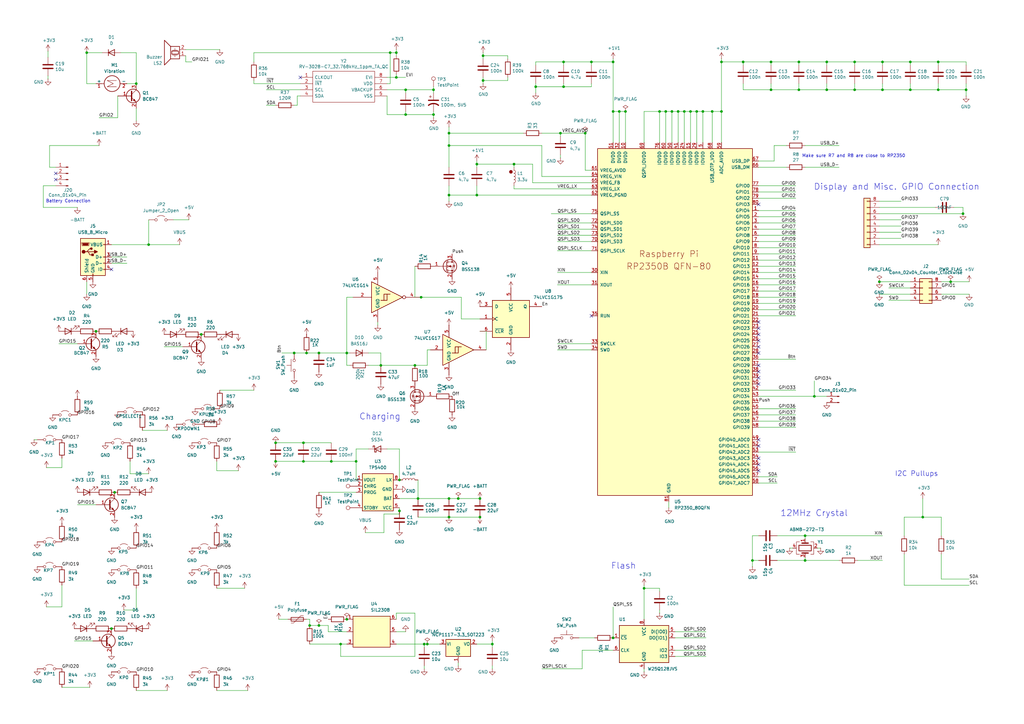
<source format=kicad_sch>
(kicad_sch (version 20231120) (generator "eeschema") (generator_version "8.0")
  (paper "A3")
  (junction (at 120.65 144.78))
  (junction (at 264.16 241.3))
  (junction (at 173.99 264.16))
  (junction (at 278.13 45.72))
  (junction (at 295.91 25.4))
  (junction (at 135.89 189.23))
  (junction (at 273.05 45.72))
  (junction (at 113.03 181.61))
  (junction (at 184.15 204.47))
  (junction (at 373.38 36.83))
  (junction (at 334.01 162.56))
  (junction (at 219.71 35.56))
  (junction (at 39.37 135.89))
  (junction (at 240.03 54.61))
  (junction (at 327.66 25.4))
  (junction (at 304.8 25.4))
  (junction (at 187.96 204.47))
  (junction (at 160.02 21.59))
  (junction (at 82.55 137.16))
  (junction (at 184.15 54.61))
  (junction (at 210.82 67.31))
  (junction (at 184.15 80.01))
  (junction (at 124.46 181.61))
  (junction (at 175.26 264.16))
  (junction (at 350.52 36.83))
  (junction (at 184.15 59.69))
  (junction (at 130.81 144.78))
  (junction (at 198.12 22.86))
  (junction (at 394.97 87.63))
  (junction (at 162.56 21.59))
  (junction (at 292.1 45.72))
  (junction (at 198.12 33.02))
  (junction (at 251.46 261.62))
  (junction (at 330.2 229.87))
  (junction (at 231.14 35.56))
  (junction (at 162.56 31.75))
  (junction (at 283.21 45.72))
  (junction (at 339.09 36.83))
  (junction (at 166.37 46.99))
  (junction (at 195.58 80.01))
  (junction (at 60.96 100.33))
  (junction (at 156.21 149.86))
  (junction (at 170.18 149.86))
  (junction (at 251.46 25.4))
  (junction (at 35.56 21.59))
  (junction (at 142.24 144.78))
  (junction (at 316.23 25.4))
  (junction (at 384.81 25.4))
  (junction (at 275.59 45.72))
  (junction (at 396.24 36.83))
  (junction (at 166.37 36.83))
  (junction (at 184.15 212.09))
  (junction (at 288.29 45.72))
  (junction (at 177.8 46.99))
  (junction (at 280.67 45.72))
  (junction (at 389.89 115.57))
  (junction (at 46.99 201.93))
  (junction (at 229.87 54.61))
  (junction (at 130.81 256.54))
  (junction (at 256.54 45.72))
  (junction (at 242.57 25.4))
  (junction (at 270.51 45.72))
  (junction (at 316.23 36.83))
  (junction (at 361.95 25.4))
  (junction (at 350.52 25.4))
  (junction (at 163.83 196.85))
  (junction (at 45.72 257.81))
  (junction (at 196.85 212.09))
  (junction (at 373.38 25.4))
  (junction (at 171.45 204.47))
  (junction (at 196.85 204.47))
  (junction (at 177.8 36.83))
  (junction (at 339.09 25.4))
  (junction (at 251.46 45.72))
  (junction (at 327.66 36.83))
  (junction (at 378.46 212.09))
  (junction (at 142.24 254))
  (junction (at 124.46 189.23))
  (junction (at 55.88 34.29))
  (junction (at 254 45.72))
  (junction (at 330.2 219.71))
  (junction (at 127 256.54))
  (junction (at 384.81 36.83))
  (junction (at 360.68 115.57))
  (junction (at 172.72 121.92))
  (junction (at 285.75 45.72))
  (junction (at 195.58 67.31))
  (junction (at 308.61 229.87))
  (junction (at 361.95 36.83))
  (junction (at 163.83 209.55))
  (junction (at 201.93 264.16))
  (junction (at 125.73 144.78))
  (junction (at 231.14 25.4))
  (junction (at 113.03 189.23))
  (junction (at 146.05 189.23))
  (junction (at 295.91 45.72))
  (junction (at 139.7 264.16))
  (no_connect (at 311.15 154.94))
  (no_connect (at 384.81 -35.56))
  (no_connect (at 311.15 134.62))
  (no_connect (at 311.15 142.24))
  (no_connect (at 311.15 144.78))
  (no_connect (at 311.15 152.4))
  (no_connect (at 311.15 139.7))
  (no_connect (at 311.15 83.82))
  (no_connect (at 311.15 149.86))
  (no_connect (at 311.15 193.04))
  (no_connect (at 311.15 180.34))
  (no_connect (at 311.15 187.96))
  (no_connect (at 242.57 129.54))
  (no_connect (at 311.15 157.48))
  (no_connect (at 22.86 73.66))
  (no_connect (at 22.86 71.12))
  (no_connect (at 311.15 137.16))
  (no_connect (at 45.72 110.49))
  (no_connect (at 311.15 132.08))
  (no_connect (at 311.15 190.5))
  (no_connect (at 311.15 182.88))
  (no_connect (at 123.19 31.75))
  (wire (pts (xy 361.95 25.4) (xy 373.38 25.4)))
  (wire (pts (xy 229.87 54.61) (xy 240.03 54.61)))
  (wire (pts (xy 142.24 144.78) (xy 142.24 121.92)))
  (wire (pts (xy 166.37 259.08) (xy 162.56 259.08)))
  (wire (pts (xy 55.88 283.21) (xy 68.58 283.21)))
  (wire (pts (xy 311.15 160.02) (xy 326.39 160.02)))
  (wire (pts (xy 304.8 26.67) (xy 304.8 25.4)))
  (wire (pts (xy 184.15 80.01) (xy 195.58 80.01)))
  (wire (pts (xy 264.16 58.42) (xy 264.16 45.72)))
  (wire (pts (xy 162.56 22.86) (xy 162.56 21.59)))
  (wire (pts (xy 127 254) (xy 127 256.54)))
  (wire (pts (xy 151.13 144.78) (xy 156.21 144.78)))
  (wire (pts (xy 50.8 250.19) (xy 55.88 250.19)))
  (wire (pts (xy 156.21 144.78) (xy 156.21 149.86)))
  (wire (pts (xy 339.09 26.67) (xy 339.09 25.4)))
  (wire (pts (xy 311.15 111.76) (xy 326.39 111.76)))
  (wire (pts (xy 58.42 176.53) (xy 68.58 176.53)))
  (wire (pts (xy 317.5 59.69) (xy 322.58 59.69)))
  (wire (pts (xy 288.29 45.72) (xy 292.1 45.72)))
  (wire (pts (xy 311.15 185.42) (xy 326.39 185.42)))
  (wire (pts (xy 142.24 144.78) (xy 142.24 149.86)))
  (wire (pts (xy 360.68 100.33) (xy 384.81 100.33)))
  (wire (pts (xy 142.24 144.78) (xy 143.51 144.78)))
  (wire (pts (xy 276.86 269.24) (xy 289.56 269.24)))
  (wire (pts (xy 242.57 25.4) (xy 251.46 25.4)))
  (wire (pts (xy 278.13 58.42) (xy 278.13 45.72)))
  (wire (pts (xy 240.03 54.61) (xy 240.03 69.85)))
  (wire (pts (xy 360.68 95.25) (xy 369.57 95.25)))
  (wire (pts (xy 360.68 120.65) (xy 373.38 120.65)))
  (wire (pts (xy 316.23 36.83) (xy 304.8 36.83)))
  (wire (pts (xy 19.05 248.92) (xy 25.4 248.92)))
  (wire (pts (xy 184.15 59.69) (xy 222.25 59.69)))
  (wire (pts (xy 125.73 254) (xy 127 254)))
  (wire (pts (xy 334.01 162.56) (xy 339.09 162.56)))
  (wire (pts (xy 173.99 264.16) (xy 175.26 264.16)))
  (wire (pts (xy 251.46 248.92) (xy 251.46 261.62)))
  (wire (pts (xy 189.23 121.92) (xy 189.23 130.81)))
  (wire (pts (xy 195.58 68.58) (xy 195.58 67.31)))
  (wire (pts (xy 311.15 106.68) (xy 326.39 106.68)))
  (wire (pts (xy 198.12 33.02) (xy 198.12 31.75)))
  (wire (pts (xy 120.65 144.78) (xy 125.73 144.78)))
  (wire (pts (xy 45.72 105.41) (xy 52.07 105.41)))
  (wire (pts (xy 231.14 26.67) (xy 231.14 25.4)))
  (wire (pts (xy 20.32 68.58) (xy 22.86 68.58)))
  (wire (pts (xy 311.15 78.74) (xy 326.39 78.74)))
  (wire (pts (xy 158.75 46.99) (xy 166.37 46.99)))
  (wire (pts (xy 373.38 36.83) (xy 361.95 36.83)))
  (wire (pts (xy 295.91 45.72) (xy 295.91 58.42)))
  (wire (pts (xy 327.66 26.67) (xy 327.66 25.4)))
  (wire (pts (xy 270.51 250.19) (xy 270.51 251.46)))
  (wire (pts (xy 177.8 46.99) (xy 177.8 48.26)))
  (wire (pts (xy 55.88 21.59) (xy 55.88 34.29)))
  (wire (pts (xy 384.81 26.67) (xy 384.81 25.4)))
  (wire (pts (xy 60.96 90.17) (xy 60.96 100.33)))
  (wire (pts (xy 360.68 97.79) (xy 369.57 97.79)))
  (wire (pts (xy 171.45 204.47) (xy 184.15 204.47)))
  (wire (pts (xy 311.15 147.32) (xy 326.39 147.32)))
  (wire (pts (xy 177.8 36.83) (xy 177.8 35.56)))
  (wire (pts (xy 121.92 39.37) (xy 121.92 43.18)))
  (wire (pts (xy 311.15 195.58) (xy 318.77 195.58)))
  (wire (pts (xy 25.4 281.94) (xy 36.83 281.94)))
  (wire (pts (xy 201.93 273.05) (xy 201.93 274.32)))
  (wire (pts (xy 20.32 59.69) (xy 20.32 68.58)))
  (wire (pts (xy 311.15 91.44) (xy 326.39 91.44)))
  (wire (pts (xy 199.39 135.89) (xy 196.85 135.89)))
  (wire (pts (xy 67.31 142.24) (xy 74.93 142.24)))
  (wire (pts (xy 384.81 25.4) (xy 396.24 25.4)))
  (wire (pts (xy 323.85 224.79) (xy 325.12 224.79)))
  (wire (pts (xy 88.9 241.3) (xy 100.33 241.3)))
  (wire (pts (xy 228.6 99.06) (xy 242.57 99.06)))
  (wire (pts (xy 113.03 181.61) (xy 124.46 181.61)))
  (wire (pts (xy 177.8 36.83) (xy 177.8 38.1)))
  (wire (pts (xy 55.88 250.19) (xy 55.88 241.3)))
  (wire (pts (xy 274.32 205.74) (xy 274.32 208.28)))
  (wire (pts (xy 109.22 36.83) (xy 123.19 36.83)))
  (wire (pts (xy 184.15 80.01) (xy 184.15 82.55)))
  (wire (pts (xy 285.75 58.42) (xy 285.75 45.72)))
  (wire (pts (xy 166.37 38.1) (xy 166.37 36.83)))
  (wire (pts (xy 151.13 184.15) (xy 146.05 184.15)))
  (wire (pts (xy 88.9 189.23) (xy 88.9 193.04)))
  (wire (pts (xy 386.08 227.33) (xy 386.08 237.49)))
  (wire (pts (xy 273.05 58.42) (xy 273.05 45.72)))
  (wire (pts (xy 350.52 26.67) (xy 350.52 25.4)))
  (wire (pts (xy 19.685 31.115) (xy 19.685 32.385)))
  (wire (pts (xy 130.81 144.78) (xy 142.24 144.78)))
  (wire (pts (xy 238.76 266.7) (xy 251.46 266.7)))
  (wire (pts (xy 228.6 91.44) (xy 242.57 91.44)))
  (wire (pts (xy 198.12 22.86) (xy 208.28 22.86)))
  (wire (pts (xy 240.03 69.85) (xy 242.57 69.85)))
  (wire (pts (xy 127 264.16) (xy 139.7 264.16)))
  (wire (pts (xy 330.2 68.58) (xy 344.17 68.58)))
  (wire (pts (xy 360.68 90.17) (xy 369.57 90.17)))
  (wire (pts (xy 295.91 24.13) (xy 295.91 25.4)))
  (wire (pts (xy 364.49 123.19) (xy 373.38 123.19)))
  (wire (pts (xy 53.34 194.31) (xy 60.96 194.31)))
  (wire (pts (xy 210.82 77.47) (xy 242.57 77.47)))
  (wire (pts (xy 364.49 118.11) (xy 373.38 118.11)))
  (wire (pts (xy 304.8 34.29) (xy 304.8 36.83)))
  (wire (pts (xy 351.79 229.87) (xy 361.95 229.87)))
  (wire (pts (xy 25.4 248.92) (xy 25.4 240.03)))
  (wire (pts (xy 219.71 35.56) (xy 231.14 35.56)))
  (wire (pts (xy 360.68 115.57) (xy 373.38 115.57)))
  (wire (pts (xy 104.14 34.29) (xy 123.19 34.29)))
  (wire (pts (xy 228.6 96.52) (xy 242.57 96.52)))
  (wire (pts (xy 199.39 135.89) (xy 199.39 143.51)))
  (wire (pts (xy 162.56 20.32) (xy 162.56 21.59)))
  (wire (pts (xy 184.15 54.61) (xy 214.63 54.61)))
  (wire (pts (xy 311.15 68.58) (xy 322.58 68.58)))
  (wire (pts (xy 60.96 100.33) (xy 73.66 100.33)))
  (wire (pts (xy 184.15 52.07) (xy 184.15 54.61)))
  (wire (pts (xy 201.93 264.16) (xy 201.93 262.89)))
  (wire (pts (xy 276.86 259.08) (xy 289.56 259.08)))
  (wire (pts (xy 166.37 46.99) (xy 177.8 46.99)))
  (wire (pts (xy 275.59 58.42) (xy 275.59 45.72)))
  (wire (pts (xy 350.52 25.4) (xy 361.95 25.4)))
  (wire (pts (xy 311.15 114.3) (xy 326.39 114.3)))
  (wire (pts (xy 394.97 87.63) (xy 394.97 85.09)))
  (wire (pts (xy 318.77 229.87) (xy 330.2 229.87)))
  (wire (pts (xy 35.56 120.65) (xy 35.56 115.57)))
  (wire (pts (xy 311.15 129.54) (xy 326.39 129.54)))
  (wire (pts (xy 142.24 149.86) (xy 143.51 149.86)))
  (wire (pts (xy 238.76 274.32) (xy 238.76 266.7)))
  (wire (pts (xy 361.95 36.83) (xy 350.52 36.83)))
  (wire (pts (xy 222.25 274.32) (xy 238.76 274.32)))
  (wire (pts (xy 166.37 45.72) (xy 166.37 46.99)))
  (wire (pts (xy 311.15 109.22) (xy 326.39 109.22)))
  (wire (pts (xy 198.12 22.86) (xy 198.12 24.13)))
  (wire (pts (xy 360.68 87.63) (xy 394.97 87.63)))
  (wire (pts (xy 330.2 219.71) (xy 361.95 219.71)))
  (wire (pts (xy 40.64 48.26) (xy 48.26 48.26)))
  (wire (pts (xy 124.46 181.61) (xy 135.89 181.61)))
  (wire (pts (xy 166.37 36.83) (xy 177.8 36.83)))
  (wire (pts (xy 308.61 219.71) (xy 308.61 229.87)))
  (wire (pts (xy 130.81 256.54) (xy 134.62 256.54)))
  (wire (pts (xy 19.685 20.955) (xy 19.685 23.495)))
  (wire (pts (xy 228.6 111.76) (xy 242.57 111.76)))
  (wire (pts (xy 360.68 85.09) (xy 383.54 85.09)))
  (wire (pts (xy 295.91 25.4) (xy 295.91 45.72)))
  (wire (pts (xy 311.15 219.71) (xy 308.61 219.71)))
  (wire (pts (xy 370.84 219.71) (xy 370.84 212.09)))
  (wire (pts (xy 242.57 143.51) (xy 228.6 143.51)))
  (wire (pts (xy 396.24 34.29) (xy 396.24 36.83)))
  (wire (pts (xy 104.14 34.29) (xy 104.14 33.02)))
  (wire (pts (xy 396.24 26.67) (xy 396.24 25.4)))
  (wire (pts (xy 124.46 189.23) (xy 135.89 189.23)))
  (wire (pts (xy 229.87 64.77) (xy 229.87 63.5)))
  (wire (pts (xy 295.91 25.4) (xy 304.8 25.4)))
  (wire (pts (xy 125.73 144.78) (xy 130.81 144.78)))
  (wire (pts (xy 139.7 264.16) (xy 142.24 264.16)))
  (wire (pts (xy 35.56 34.29) (xy 39.37 34.29)))
  (wire (pts (xy 311.15 229.87) (xy 308.61 229.87)))
  (wire (pts (xy 173.99 265.43) (xy 173.99 264.16)))
  (wire (pts (xy 162.56 31.75) (xy 166.37 31.75)))
  (wire (pts (xy 17.78 76.2) (xy 22.86 76.2)))
  (wire (pts (xy 210.82 77.47) (xy 210.82 76.2)))
  (wire (pts (xy 360.68 82.55) (xy 369.57 82.55)))
  (wire (pts (xy 384.81 36.83) (xy 373.38 36.83)))
  (wire (pts (xy 163.83 210.82) (xy 163.83 209.55)))
  (wire (pts (xy 386.08 237.49) (xy 397.51 237.49)))
  (wire (pts (xy 175.26 149.86) (xy 170.18 149.86)))
  (wire (pts (xy 311.15 93.98) (xy 326.39 93.98)))
  (wire (pts (xy 316.23 34.29) (xy 316.23 36.83)))
  (wire (pts (xy 350.52 36.83) (xy 339.09 36.83)))
  (wire (pts (xy 254 58.42) (xy 254 45.72)))
  (wire (pts (xy 396.24 36.83) (xy 384.81 36.83)))
  (wire (pts (xy 146.05 184.15) (xy 146.05 189.23)))
  (wire (pts (xy 170.18 121.92) (xy 172.72 121.92)))
  (wire (pts (xy 273.05 45.72) (xy 275.59 45.72)))
  (wire (pts (xy 361.95 34.29) (xy 361.95 36.83)))
  (wire (pts (xy 254 45.72) (xy 256.54 45.72)))
  (wire (pts (xy 41.91 21.59) (xy 35.56 21.59)))
  (wire (pts (xy 160.02 21.59) (xy 160.02 34.29)))
  (wire (pts (xy 104.14 21.59) (xy 160.02 21.59)))
  (wire (pts (xy 88.9 283.21) (xy 101.6 283.21)))
  (wire (pts (xy 55.88 35.56) (xy 55.88 34.29)))
  (wire (pts (xy 139.7 269.24) (xy 139.7 264.16)))
  (wire (pts (xy 242.57 26.67) (xy 242.57 25.4)))
  (wire (pts (xy 276.86 266.7) (xy 289.56 266.7)))
  (wire (pts (xy 231.14 35.56) (xy 242.57 35.56)))
  (wire (pts (xy 311.15 86.36) (xy 326.39 86.36)))
  (wire (pts (xy 386.08 120.65) (xy 397.51 120.65)))
  (wire (pts (xy 384.81 34.29) (xy 384.81 36.83)))
  (wire (pts (xy 219.71 34.29) (xy 219.71 35.56)))
  (wire (pts (xy 335.28 224.79) (xy 336.55 224.79)))
  (wire (pts (xy 170.18 109.22) (xy 170.18 121.92)))
  (wire (pts (xy 311.15 81.28) (xy 326.39 81.28)))
  (wire (pts (xy 195.58 80.01) (xy 242.57 80.01)))
  (wire (pts (xy 280.67 45.72) (xy 283.21 45.72)))
  (wire (pts (xy 311.15 96.52) (xy 326.39 96.52)))
  (wire (pts (xy 162.56 254) (xy 162.56 251.46)))
  (wire (pts (xy 389.89 115.57) (xy 397.51 115.57)))
  (wire (pts (xy 184.15 212.09) (xy 196.85 212.09)))
  (wire (pts (xy 162.56 30.48) (xy 162.56 31.75)))
  (wire (pts (xy 308.61 229.87) (xy 308.61 232.41)))
  (wire (pts (xy 195.58 67.31) (xy 210.82 67.31)))
  (wire (pts (xy 13.97 180.34) (xy 15.24 180.34)))
  (wire (pts (xy 30.48 262.89) (xy 38.1 262.89)))
  (wire (pts (xy 170.18 251.46) (xy 170.18 269.24)))
  (wire (pts (xy 172.72 121.92) (xy 189.23 121.92)))
  (wire (pts (xy 109.22 43.18) (xy 113.03 43.18)))
  (wire (pts (xy 123.19 39.37) (xy 121.92 39.37)))
  (wire (pts (xy 222.25 59.69) (xy 222.25 72.39)))
  (wire (pts (xy 292.1 58.42) (xy 292.1 45.72)))
  (wire (pts (xy 158.75 31.75) (xy 162.56 31.75)))
  (wire (pts (xy 114.3 254) (xy 118.11 254)))
  (wire (pts (xy 370.84 240.03) (xy 397.51 240.03)))
  (wire (pts (xy 134.62 256.54) (xy 134.62 259.08)))
  (wire (pts (xy 270.51 241.3) (xy 264.16 241.3)))
  (wire (pts (xy 373.38 25.4) (xy 384.81 25.4)))
  (wire (pts (xy 327.66 36.83) (xy 316.23 36.83)))
  (wire (pts (xy 222.25 72.39) (xy 242.57 72.39)))
  (wire (pts (xy 361.95 26.67) (xy 361.95 25.4)))
  (wire (pts (xy 228.6 93.98) (xy 242.57 93.98)))
  (wire (pts (xy 370.84 212.09) (xy 378.46 212.09)))
  (wire (pts (xy 218.44 67.31) (xy 210.82 67.31)))
  (wire (pts (xy 311.15 170.18) (xy 326.39 170.18)))
  (wire (pts (xy 386.08 219.71) (xy 386.08 212.09)))
  (wire (pts (xy 278.13 45.72) (xy 280.67 45.72)))
  (wire (pts (xy 195.58 66.04) (xy 195.58 67.31)))
  (wire (pts (xy 311.15 162.56) (xy 334.01 162.56)))
  (wire (pts (xy 226.06 87.63) (xy 242.57 87.63)))
  (wire (pts (xy 77.47 90.17) (xy 71.12 90.17)))
  (wire (pts (xy 104.14 25.4) (xy 104.14 21.59)))
  (wire (pts (xy 270.51 242.57) (xy 270.51 241.3)))
  (wire (pts (xy 173.99 273.05) (xy 173.99 274.32)))
  (wire (pts (xy 40.64 59.69) (xy 20.32 59.69)))
  (wire (pts (xy 283.21 45.72) (xy 283.21 58.42)))
  (wire (pts (xy 149.86 218.44) (xy 157.48 218.44)))
  (wire (pts (xy 339.09 36.83) (xy 327.66 36.83)))
  (wire (pts (xy 175.26 143.51) (xy 176.53 143.51)))
  (wire (pts (xy 378.46 204.47) (xy 378.46 212.09)))
  (wire (pts (xy 45.72 107.95) (xy 52.07 107.95)))
  (wire (pts (xy 311.15 116.84) (xy 326.39 116.84)))
  (wire (pts (xy 195.58 76.2) (xy 195.58 80.01)))
  (wire (pts (xy 280.67 58.42) (xy 280.67 45.72)))
  (wire (pts (xy 187.96 204.47) (xy 196.85 204.47)))
  (wire (pts (xy 175.26 143.51) (xy 175.26 149.86)))
  (wire (pts (xy 231.14 25.4) (xy 242.57 25.4)))
  (wire (pts (xy 311.15 198.12) (xy 318.77 198.12)))
  (wire (pts (xy 156.21 149.86) (xy 170.18 149.86)))
  (wire (pts (xy 151.13 149.86) (xy 156.21 149.86)))
  (wire (pts (xy 121.92 43.18) (xy 120.65 43.18)))
  (wire (pts (xy 242.57 74.93) (xy 218.44 74.93)))
  (wire (pts (xy 90.17 160.02) (xy 104.14 160.02)))
  (wire (pts (xy 311.15 99.06) (xy 326.39 99.06)))
  (wire (pts (xy 19.05 191.77) (xy 25.4 191.77)))
  (wire (pts (xy 292.1 45.72) (xy 295.91 45.72)))
  (wire (pts (xy 31.75 207.01) (xy 39.37 207.01)))
  (wire (pts (xy 264.16 45.72) (xy 270.51 45.72)))
  (wire (pts (xy 242.57 102.87) (xy 228.6 102.87)))
  (wire (pts (xy 24.13 140.97) (xy 31.75 140.97)))
  (wire (pts (xy 25.4 191.77) (xy 25.4 187.96)))
  (wire (pts (xy 311.15 88.9) (xy 326.39 88.9)))
  (wire (pts (xy 311.15 101.6) (xy 326.39 101.6)))
  (wire (pts (xy 113.03 189.23) (xy 124.46 189.23)))
  (wire (pts (xy 35.56 21.59) (xy 35.56 34.29)))
  (wire (pts (xy 270.51 58.42) (xy 270.51 45.72)))
  (wire (pts (xy 334.01 156.21) (xy 334.01 162.56)))
  (wire (pts (xy 311.15 121.92) (xy 326.39 121.92)))
  (wire (pts (xy 330.2 59.69) (xy 344.17 59.69)))
  (wire (pts (xy 311.15 76.2) (xy 326.39 76.2)))
  (wire (pts (xy 386.08 115.57) (xy 389.89 115.57)))
  (wire (pts (xy 157.48 210.82) (xy 163.83 210.82)))
  (wire (pts (xy 311.15 127) (xy 326.39 127)))
  (wire (pts (xy 187.96 271.78) (xy 187.96 273.05)))
  (wire (pts (xy 162.56 251.46) (xy 170.18 251.46)))
  (wire (pts (xy 285.75 45.72) (xy 288.29 45.72)))
  (wire (pts (xy 330.2 220.98) (xy 330.2 219.71)))
  (wire (pts (xy 264.16 274.32) (xy 264.16 275.59)))
  (wire (pts (xy 219.71 35.56) (xy 219.71 38.1)))
  (wire (pts (xy 264.16 241.3) (xy 264.16 254)))
  (wire (pts (xy 339.09 25.4) (xy 350.52 25.4)))
  (wire (pts (xy 189.23 130.81) (xy 196.85 130.81)))
  (wire (pts (xy 208.28 33.02) (xy 198.12 33.02)))
  (wire (pts (xy 231.14 34.29) (xy 231.14 35.56)))
  (wire (pts (xy 218.44 74.93) (xy 218.44 67.31)))
  (wire (pts (xy 48.26 39.37) (xy 48.26 48.26)))
  (wire (pts (xy 222.25 54.61) (xy 229.87 54.61)))
  (wire (pts (xy 201.93 265.43) (xy 201.93 264.16)))
  (wire (pts (xy 256.54 45.72) (xy 256.54 58.42)))
  (wire (pts (xy 316.23 25.4) (xy 327.66 25.4)))
  (wire (pts (xy 31.75 85.09) (xy 17.78 85.09)))
  (wire (pts (xy 318.77 219.71) (xy 330.2 219.71)))
  (wire (pts (xy 90.17 20.32) (xy 76.2 20.32)))
  (wire (pts (xy 378.46 212.09) (xy 386.08 212.09)))
  (wire (pts (xy 311.15 175.26) (xy 326.39 175.26)))
  (wire (pts (xy 242.57 116.84) (xy 228.6 116.84)))
  (wire (pts (xy 219.71 25.4) (xy 231.14 25.4)))
  (wire (pts (xy 208.28 31.75) (xy 208.28 33.02)))
  (wire (pts (xy 146.05 189.23) (xy 146.05 196.85)))
  (wire (pts (xy 78.74 25.4) (xy 76.2 25.4)))
  (wire (pts (xy 158.75 39.37) (xy 158.75 46.99)))
  (wire (pts (xy 88.9 193.04) (xy 97.79 193.04)))
  (wire (pts (xy 311.15 172.72) (xy 326.39 172.72)))
  (wire (pts (xy 327.66 34.29) (xy 327.66 36.83)))
  (wire (pts (xy 184.15 59.69) (xy 184.15 68.58)))
  (wire (pts (xy 142.24 121.92) (xy 144.78 121.92)))
  (wire (pts (xy 157.48 218.44) (xy 157.48 210.82)))
  (wire (pts (xy 52.07 34.29) (xy 55.88 34.29)))
  (wire (pts (xy 163.83 184.15) (xy 163.83 196.85)))
  (wire (pts (xy 127 256.54) (xy 130.81 256.54)))
  (wire (pts (xy 327.66 25.4) (xy 339.09 25.4)))
  (wire (pts (xy 171.45 212.09) (xy 184.15 212.09)))
  (wire (pts (xy 275.59 45.72) (xy 278.13 45.72)))
  (wire (pts (xy 170.18 269.24) (xy 139.7 269.24)))
  (wire (pts (xy 373.38 26.67) (xy 373.38 25.4)))
  (wire (pts (xy 184.15 204.47) (xy 187.96 204.47)))
  (wire (pts (xy 158.75 36.83) (xy 166.37 36.83)))
  (wire (pts (xy 53.34 189.23) (xy 53.34 194.31)))
  (wire (pts (xy 311.15 124.46) (xy 326.39 124.46)))
  (wire (pts (xy 45.72 100.33) (xy 60.96 100.33)))
  (wire (pts (xy 134.62 259.08) (xy 142.24 259.08)))
  (wire (pts (xy 115.57 144.78) (xy 120.65 144.78)))
  (wire (pts (xy 135.89 189.23) (xy 146.05 189.23)))
  (wire (pts (xy 198.12 33.02) (xy 198.12 34.29)))
  (wire (pts (xy 210.82 67.31) (xy 210.82 68.58)))
  (wire (pts (xy 360.68 92.71) (xy 369.57 92.71)))
  (wire (pts (xy 154.94 133.35) (xy 154.94 132.08)))
  (wire (pts (xy 311.15 104.14) (xy 326.39 104.14)))
  (wire (pts (xy 237.49 261.62) (xy 243.84 261.62)))
  (wire (pts (xy 370.84 227.33) (xy 370.84 240.03)))
  (wire (pts (xy 396.24 36.83) (xy 396.24 39.37)))
  (wire (pts (xy 184.15 76.2) (xy 184.15 80.01)))
  (wire (pts (xy 195.58 264.16) (xy 201.93 264.16)))
  (wire (pts (xy 242.57 35.56) (xy 242.57 34.29)))
  (wire (pts (xy 55.88 44.45) (xy 55.88 49.53)))
  (wire (pts (xy 251.46 45.72) (xy 251.46 58.42)))
  (wire (pts (xy 283.21 45.72) (xy 285.75 45.72)))
  (wire (pts (xy 184.15 54.61) (xy 184.15 59.69)))
  (wire (pts (xy 270.51 45.72) (xy 273.05 45.72)))
  (wire (pts (xy 311.15 167.64) (xy 326.39 167.64)))
  (wire (pts (xy 177.8 45.72) (xy 177.8 46.99)))
  (wire (pts (xy 219.71 26.67) (xy 219.71 25.4)))
  (wire (pts (xy 317.5 59.69) (xy 317.5 66.04)))
  (wire (pts (xy 288.29 45.72) (xy 288.29 58.42)))
  (wire (pts (xy 229.87 54.61) (xy 229.87 55.88)))
  (wire (pts (xy 339.09 34.29) (xy 339.09 36.83)))
  (wire (pts (xy 276.86 261.62) (xy 289.56 261.62)))
  (wire (pts (xy 330.2 229.87) (xy 344.17 229.87)))
  (wire (pts (xy 55.88 21.59) (xy 49.53 21.59)))
  (wire (pts (xy 130.81 201.93) (xy 146.05 201.93)))
  (wire (pts (xy 254 45.72) (xy 251.46 45.72)))
  (wire (pts (xy 76.2 25.4) (xy 76.2 22.86)))
  (wire (pts (xy 251.46 24.13) (xy 251.46 25.4)))
  (wire (pts (xy 242.57 140.97) (xy 228.6 140.97)))
  (wire (pts (xy 163.83 204.47) (xy 171.45 204.47)))
  (wire (pts (xy 162.56 264.16) (xy 173.99 264.16)))
  (wire (pts (xy 316.23 26.67) (xy 316.23 25.4)))
  (wire (pts (xy 163.83 208.28) (xy 163.83 209.55)))
  (wire (pts (xy 350.52 34.29) (xy 350.52 36.83)))
  (wire (pts (xy 171.45 196.85) (xy 171.45 204.47)))
  (wire (pts (xy 311.15 119.38) (xy 326.39 119.38)))
  (wire (pts (xy 17.78 85.09) (xy 17.78 76.2)))
  (wire (pts (xy 251.46 25.4) (xy 251.46 45.72)))
  (wire (pts (xy 198.12 21.59) (xy 198.12 22.86)))
  (wire (pts (xy 264.16 240.03) (xy 264.16 241.3)))
  (wire (pts (xy 304.8 25.4) (xy 316.23 25.4)))
  (wire (pts (xy 330.2 228.6) (xy 330.2 229.87)))
  (wire (pts (xy 311.15 66.04) (xy 317.5 66.04)))
  (wire (pts (xy 373.38 34.29) (xy 373.38 36.83)))
  (wire (pts (xy 391.16 85.09) (xy 394.97 85.09)))
  (wire (pts (xy 175.26 264.16) (xy 180.34 264.16)))
  (wire (pts (xy 158.75 184.15) (xy 163.83 184.15)))
  (wire (pts (xy 162.56 21.59) (xy 160.02 21.59)))
  (wire (pts (xy 158.75 34.29) (xy 160.02 34.29)))
  (wire (pts (xy 208.28 22.86) (xy 208.28 24.13)))
  (circle (center 209.55 70.485) (radius 0.635) (stroke (width 0) (color 132 0 0 1)) (fill (type color) (color 132 0 0 1)))
  (text "Make sure R7 and R8 are close to RP2350\n" (at 328.93 64.77 0) (effects (font (size 1.27 1.27)) (justify left bottom)))
  (text "I2C Pullups" (at 367.03 195.58 0) (effects (font (size 2.0066 2.0066)) (justify left bottom)))
  (text "Flash" (at 250.571 233.68 0) (effects (font (size 2.54 2.54)) (justify left bottom)))
  (text "Display and Misc. GPIO Connection" (at 333.756 78.232 0) (effects (font (size 2.54 2.54)) (justify left bottom)))
  (text "Charging" (at 147.32 172.466 0) (effects (font (size 2.54 2.54)) (justify left bottom)))
  (text "Battery Connection" (at 18.796 83.312 0) (effects (font (size 1.27 1.27)) (justify left bottom)))
  (text "12MHz Crystal" (at 320.04 212.09 0) (effects (font (size 2.54 2.54)) (justify left bottom)))
  (label "SWD" (at 364.49 123.19 0))
  (label "SCL" (at 318.77 198.12 180))
  (label "En" (at 134.62 254 90))
  (label "QSPI_SD3" (at 228.6 99.06 0))
  (label "GPIO21" (at 78.74 25.4 0))
  (label "GPIO2" (at 326.39 81.28 180))
  (label "QSPI_SS" (at 251.46 248.92 0))
  (label "XOUT" (at 228.6 116.84 0))
  (label "QSPI_SD3" (at 289.56 269.24 180))
  (label "Off" (at 185.42 162.56 0))
  (label "~{INT}" (at 109.22 34.29 0))
  (label "XIN" (at 361.95 219.71 180))
  (label "GPIO4" (at 326.39 86.36 180))
  (label "GPIO10" (at 326.39 101.6 180))
  (label "EVI" (at 166.37 31.75 0))
  (label "GPIO17" (at 25.4 180.34 0))
  (label "GPIO38" (at 326.39 172.72 180))
  (label "GPIO13" (at 326.39 109.22 180))
  (label "GPIO0" (at 326.39 76.2 180))
  (label "GPIO15" (at 326.39 114.3 180))
  (label "SDA" (at 109.22 43.18 0))
  (label "GPIO8" (at 82.55 173.99 0))
  (label "GPIO1" (at 326.39 78.74 180))
  (label "GPIO15" (at 24.13 140.97 0))
  (label "QSPI_SD2" (at 289.56 266.7 180))
  (label "SWCLK" (at 364.49 118.11 0))
  (label "Btn" (at 326.39 147.32 180))
  (label "GPIO7" (at 326.39 93.98 180))
  (label "USB_D+" (at 344.17 59.69 180))
  (label "GPIO33" (at 369.57 82.55 0))
  (label "Push" (at 311.15 165.1 0))
  (label "GPIO6" (at 326.39 91.44 180))
  (label "XIN" (at 228.6 111.76 0))
  (label "GPIO16" (at 326.39 116.84 180))
  (label "GPIO1" (at 386.08 118.11 0))
  (label "GPIO20" (at 25.4 274.32 0))
  (label "SCL" (at 109.22 36.83 0))
  (label "USB_D+" (at 52.07 105.41 180))
  (label "QSPI_SD1" (at 228.6 93.98 0))
  (label "SWCLK" (at 228.6 140.97 0))
  (label "GPIO20" (at 326.39 127 180))
  (label "GPIO13" (at 53.34 181.61 0))
  (label "GPIO9" (at 90.17 167.64 0))
  (label "GPIO9" (at 326.39 99.06 180))
  (label "GPIO21" (at 326.39 129.54 180))
  (label "QSPI_SD2" (at 228.6 96.52 0))
  (label "En" (at 222.25 125.73 0))
  (label "QSPI_SD0" (at 289.56 259.08 180))
  (label "GPIO18" (at 326.39 121.92 180))
  (label "USB_D-" (at 344.17 68.58 180))
  (label "QSPI_SD1" (at 289.56 261.62 180))
  (label "GPIO14" (at 326.39 111.76 180))
  (label "GPIO11" (at 326.39 104.14 180))
  (label "GPIO15" (at 30.48 262.89 0))
  (label "SDA" (at 318.77 195.58 180))
  (label "GPIO14" (at 55.88 224.79 0))
  (label "QSPI_SS" (at 228.6 87.63 0))
  (label "GPIO5" (at 326.39 88.9 180))
  (label "GPIO2" (at 40.64 48.26 0))
  (label "QSPI_SCLK" (at 222.25 274.32 0))
  (label "USB_D-" (at 52.07 107.95 180))
  (label "GPIO11" (at 55.88 233.68 0))
  (label "GPIO37" (at 369.57 90.17 0))
  (label "GPIO36" (at 369.57 92.71 0))
  (label "GPIO19" (at 326.39 124.46 180))
  (label "SCL" (at 397.51 240.03 0))
  (label "GPIO5" (at 88.9 233.68 0))
  (label "GPIO8" (at 326.39 96.52 180))
  (label "QSPI_SD0" (at 228.6 91.44 0))
  (label "GPIO17" (at 326.39 119.38 180))
  (label "GPIO0" (at 386.08 123.19 0))
  (label "GPIO7" (at 88.9 181.61 0))
  (label "Push" (at 185.42 104.14 0))
  (label "VREG_AVDD" (at 230.505 54.61 0))
  (label "~{INT}" (at 326.39 185.42 180))
  (label "GPIO33" (at 326.39 160.02 180))
  (label "SDA" (at 397.51 237.49 0))
  (label "GPIO38" (at 369.57 97.79 0))
  (label "SWD" (at 228.6 143.51 0))
  (label "GPIO36" (at 326.39 167.64 180))
  (label "VREG_LX" (at 228.6 77.47 0))
  (label "GPIO16" (at 31.75 170.18 0))
  (label "GPIO19" (at 25.4 232.41 0))
  (label "GPIO6" (at 88.9 224.79 0))
  (label "GPIO15" (at 67.31 142.24 0))
  (label "XOUT" (at 361.95 229.87 180))
  (label "GPIO34" (at 334.01 156.21 0))
  (label "GPIO10" (at 55.88 275.59 0))
  (label "GPIO18" (at 25.4 222.25 0))
  (label "GPIO12" (at 326.39 106.68 180))
  (label "GPIO37" (at 326.39 170.18 180))
  (label "QSPI_SCLK" (at 228.6 102.87 0))
  (label "GPIO39" (at 326.39 175.26 180))
  (label "GPIO39" (at 369.57 95.25 0))
  (label "Btn" (at 115.57 144.78 90))
  (label "GPIO15" (at 31.75 207.01 0))
  (label "GPIO4" (at 88.9 275.59 0))
  (label "GPIO12" (at 58.42 168.91 0))
  (symbol (lib_id "power:GND") (at 78.74 181.61 0) (unit 1)
    (property "Reference" "#PWR013" (effects (hide yes)))
    (property "Value" "GND" (at 78.74 186.69 0))
    (property "Description" "Power symbol creates a global label with name \"GND\" , ground" (effects (hide yes)))
  )
  (symbol (lib_id "Transistor_BJT:BC847") (at 44.45 207.01 0) (unit 1)
    (property "Reference" "Q7" (at 49.53 205.7399 0) (effects (justify left)))
    (property "Value" "BC847" (at 49.53 208.2799 0) (effects (justify left)))
    (property "Footprint" "Package_TO_SOT_SMD:SOT-23" (effects (hide yes)))
    (property "Datasheet" "http://www.infineon.com/dgdl/Infineon-BC847SERIES_BC848SERIES_BC849SERIES_BC850SERIES-DS-v01_01-en.pdf?fileId=db3a304314dca389011541d4630a1657" (effects (hide yes)))
    (property "Description" "0.1A Ic, 45V Vce, NPN Transistor, SOT-23" (effects (hide yes)))
    (property "JLCPCB" "C391423" (effects (hide yes)))
  )
  (symbol (lib_id "Device:R") (at 41.91 257.81 270) (unit 1)
    (property "Reference" "R9" (at 41.91 251.46 90))
    (property "Value" "220" (at 41.91 254 90))
    (property "Footprint" "Resistor_SMD:R_0402_1005Metric" (effects (hide yes)))
    (property "Description" "Resistor" (effects (hide yes)))
    (property "JLCPCB" "C137872" (effects (hide yes)))
  )
  (symbol (lib_id "power:GND") (at 130.81 209.55 0) (unit 1)
    (property "Reference" "#PWR07" (effects (hide yes)))
    (property "Value" "GND" (at 130.81 214.63 0))
    (property "Description" "Power symbol creates a global label with name \"GND\" , ground" (effects (hide yes)))
  )
  (symbol (lib_id "Device:R") (at 25.4 278.13 0) (unit 1)
    (property "Reference" "R44" (at 27.94 276.8599 0) (effects (justify left)))
    (property "Value" "3k" (at 27.94 279.3999 0) (effects (justify left)))
    (property "Footprint" "Resistor_SMD:R_0402_1005Metric" (effects (hide yes)))
    (property "Description" "Resistor" (effects (hide yes)))
    (property "JLCPCB" "C137872" (effects (hide yes)))
  )
  (symbol (lib_id "power:+3V3") (at 104.14 160.02 0) (unit 1)
    (property "Reference" "#PWR078" (effects (hide yes)))
    (property "Value" "+3V3" (at 104.14 154.94 0))
    (property "Description" "Power symbol creates a global label with name \"+3V3\"" (effects (hide yes)))
  )
  (symbol (lib_id "Jumper:Jumper_2_Open") (at 50.8 233.68 0) (unit 1) (exclude_from_sim yes) (in_bom no)
    (property "Reference" "KP8" (at 51.054 235.204 0))
    (property "Value" "Jumper_2_Open" (effects (hide yes)))
    (property "Footprint" "Jumper:ButtonPads" (effects (hide yes)))
    (property "Description" "Jumper, 2-pole, open" (effects (hide yes)))
  )
  (symbol (lib_id "Device:C") (at 124.46 185.42 0) (unit 1)
    (property "Reference" "C30" (at 127.381 184.2516 0) (effects (justify left)))
    (property "Value" "22uF" (at 127.381 186.563 0) (effects (justify left)))
    (property "Footprint" "Capacitor_SMD:C_0805_2012Metric" (effects (hide yes)))
    (property "JLCPCB" "C602037" (effects (hide yes)))
  )
  (symbol (lib_id "power:GND") (at 19.685 32.385 0) (unit 1)
    (property "Reference" "#PWR033" (effects (hide yes)))
    (property "Value" "GND" (at 15.875 33.655 0))
  )
  (symbol (lib_id "Device:LED") (at 27.94 135.89 180) (unit 1)
    (property "Reference" "D2" (at 29.5275 128.27 0))
    (property "Value" "LED" (at 29.5275 130.81 0))
    (property "Footprint" "LED_REVERSE" (effects (hide yes)))
    (property "Description" "Light emitting diode" (effects (hide yes)))
    (property "JLCPCB" "C2980185" (effects (hide yes)))
  )
  (symbol (lib_id "power:GND") (at 45.72 267.97 0) (unit 1)
    (property "Reference" "#PWR097" (effects (hide yes)))
    (property "Value" "GND" (at 45.72 273.05 0))
    (property "Description" "Power symbol creates a global label with name \"GND\" , ground" (effects (hide yes)))
  )
  (symbol (lib_id "Device:LED") (at 50.8 135.89 0) (unit 1)
    (property "Reference" "D3" (at 49.2125 143.51 0))
    (property "Value" "LED" (at 49.2125 140.97 0))
    (property "Footprint" "LED_REVERSE" (effects (hide yes)))
    (property "Description" "Light emitting diode" (effects (hide yes)))
    (property "JLCPCB" "C2980185" (effects (hide yes)))
  )
  (symbol (lib_id "power:GND") (at 397.51 120.65 0) (mirror y) (unit 1)
    (property "Reference" "#PWR036" (effects (hide yes)))
    (property "Value" "GND" (at 397.383 125.0442 0))
  )
  (symbol (lib_name "VBUS_1") (lib_id "power:VBUS") (at 149.86 218.44 0) (unit 1)
    (property "Reference" "#PWR052" (effects (hide yes)))
    (property "Value" "VBUS" (at 149.86 213.36 0))
    (property "Description" "Power symbol creates a global label with name \"VBUS\"" (effects (hide yes)))
  )
  (symbol (lib_id "Device:C") (at 304.8 30.48 0) (unit 1)
    (property "Reference" "C12" (at 307.086 29.3116 0) (effects (justify left)))
    (property "Value" "100n" (at 307.086 31.623 0) (effects (justify left)))
    (property "Footprint" "Capacitor_SMD:C_0402_1005Metric" (effects (hide yes)))
    (property "JLCPCB" "C77020" (effects (hide yes)))
  )
  (symbol (lib_id "power:+3V3") (at 55.88 217.17 0) (unit 1)
    (property "Reference" "#PWR070" (effects (hide yes)))
    (property "Value" "+3V3" (at 55.88 212.09 0))
    (property "Description" "Power symbol creates a global label with name \"+3V3\"" (effects (hide yes)))
  )
  (symbol (lib_id "power:+3V3") (at 90.17 173.99 0) (unit 1)
    (property "Reference" "#PWR075" (effects (hide yes)))
    (property "Value" "+3V3" (at 90.17 168.91 0))
    (property "Description" "Power symbol creates a global label with name \"+3V3\"" (effects (hide yes)))
  )
  (symbol (lib_id "Device:R") (at 162.56 26.67 0) (unit 1)
    (property "Reference" "R38" (at 164.338 25.5016 0) (effects (justify left)))
    (property "Value" "10k" (at 164.338 27.813 0) (effects (justify left)))
    (property "Footprint" "Resistor_SMD:R_0402_1005Metric" (effects (hide yes)))
    (property "JLCPCB" "C60490" (effects (hide yes)))
  )
  (symbol (lib_id "power:GND") (at 45.72 233.68 0) (unit 1)
    (property "Reference" "#PWR011" (effects (hide yes)))
    (property "Value" "GND" (at 45.72 238.76 0))
    (property "Description" "Power symbol creates a global label with name \"GND\" , ground" (effects (hide yes)))
  )
  (symbol (lib_id "power:+3V3") (at 184.15 52.07 0) (unit 1)
    (property "Reference" "#PWR021" (effects (hide yes)))
    (property "Value" "+3V3" (at 184.531 47.6758 0))
  )
  (symbol (lib_id "power:GND") (at 46.99 212.09 0) (unit 1)
    (property "Reference" "#PWR0101" (effects (hide yes)))
    (property "Value" "GND" (at 46.99 217.17 0))
    (property "Description" "Power symbol creates a global label with name \"GND\" , ground" (effects (hide yes)))
  )
  (symbol (lib_id "Transistor_BJT:BC847") (at 43.18 262.89 0) (unit 1)
    (property "Reference" "Q5" (at 48.26 261.6199 0) (effects (justify left)))
    (property "Value" "BC847" (at 48.26 264.1599 0) (effects (justify left)))
    (property "Footprint" "Package_TO_SOT_SMD:SOT-23" (effects (hide yes)))
    (property "Datasheet" "http://www.infineon.com/dgdl/Infineon-BC847SERIES_BC848SERIES_BC849SERIES_BC850SERIES-DS-v01_01-en.pdf?fileId=db3a304314dca389011541d4630a1657" (effects (hide yes)))
    (property "Description" "0.1A Ic, 45V Vce, NPN Transistor, SOT-23" (effects (hide yes)))
    (property "JLCPCB" "C391423" (effects (hide yes)))
  )
  (symbol (lib_id "Device:C") (at 19.685 27.305 0) (unit 1)
    (property "Reference" "C19" (at 22.606 26.1366 0) (effects (justify left)))
    (property "Value" "10u" (at 22.606 28.448 0) (effects (justify left)))
    (property "Footprint" "Capacitor_SMD:C_0805_2012Metric" (effects (hide yes)))
    (property "JLCPCB" "C17024" (effects (hide yes)))
  )
  (symbol (lib_id "Jumper:Jumper_2_Open") (at 20.32 274.32 0) (unit 1) (exclude_from_sim yes) (in_bom no)
    (property "Reference" "KP*1" (at 20.32 276.352 0))
    (property "Value" "Jumper_2_Open" (effects (hide yes)))
    (property "Footprint" "Jumper:ButtonPads" (effects (hide yes)))
    (property "Description" "Jumper, 2-pole, open" (effects (hide yes)))
  )
  (symbol (lib_id "power:GND") (at 396.24 39.37 0) (mirror y) (unit 1)
    (property "Reference" "#PWR034" (effects (hide yes)))
    (property "Value" "GND" (at 396.113 43.7642 0))
  )
  (symbol (lib_id "Jumper:Jumper_2_Open") (at 20.32 180.34 0) (unit 1) (exclude_from_sim yes) (in_bom no)
    (property "Reference" "KP1" (at 20.574 181.61 0))
    (property "Value" "Jumper_2_Open" (effects (hide yes)))
    (property "Footprint" "Jumper:ButtonPads" (effects (hide yes)))
    (property "Description" "Jumper, 2-pole, open" (effects (hide yes)))
  )
  (symbol (lib_id "Device:R") (at 25.4 218.44 0) (unit 1)
    (property "Reference" "R50" (at 27.94 217.1699 0) (effects (justify left)))
    (property "Value" "3k" (at 27.94 219.7099 0) (effects (justify left)))
    (property "Footprint" "Resistor_SMD:R_0402_1005Metric" (effects (hide yes)))
    (property "Description" "Resistor" (effects (hide yes)))
    (property "JLCPCB" "C137872" (effects (hide yes)))
  )
  (symbol (lib_id "power:+5V") (at 397.51 115.57 0) (unit 1)
    (property "Reference" "#PWR055" (effects (hide yes)))
    (property "Value" "+5V" (at 397.51 110.49 0))
    (property "Description" "Power symbol creates a global label with name \"+5V\"" (effects (hide yes)))
  )
  (symbol (lib_id "power:GND") (at 43.18 181.61 0) (unit 1)
    (property "Reference" "#PWR015" (effects (hide yes)))
    (property "Value" "GND" (at 43.18 186.69 0))
    (property "Description" "Power symbol creates a global label with name \"GND\" , ground" (effects (hide yes)))
  )
  (symbol (lib_id "Device:C") (at 361.95 30.48 0) (unit 1)
    (property "Reference" "C17" (at 364.871 29.3116 0) (effects (justify left)))
    (property "Value" "100n" (at 364.871 31.623 0) (effects (justify left)))
    (property "Footprint" "Capacitor_SMD:C_0402_1005Metric" (effects (hide yes)))
    (property "JLCPCB" "C77020" (effects (hide yes)))
  )
  (symbol (lib_id "power:+3V3") (at 201.93 262.89 0) (unit 1)
    (property "Reference" "#PWR082" (effects (hide yes)))
    (property "Value" "+3V3" (at 202.311 258.4958 0))
  )
  (symbol (lib_id "power:+5V") (at 196.85 125.73 0) (unit 1)
    (property "Reference" "#PWR0106" (effects (hide yes)))
    (property "Value" "+5V" (at 196.85 120.65 0))
    (property "Description" "Power symbol creates a global label with name \"+5V\"" (effects (hide yes)))
  )
  (symbol (lib_id "Device:R") (at 86.36 137.16 90) (unit 1)
    (property "Reference" "R6" (at 86.106 132.08 90))
    (property "Value" "220" (at 86.36 134.366 90))
    (property "Footprint" "Resistor_SMD:R_0402_1005Metric" (effects (hide yes)))
    (property "Description" "Resistor" (effects (hide yes)))
    (property "JLCPCB" "C137872" (effects (hide yes)))
  )
  (symbol (lib_id "Device:R") (at 43.18 135.89 90) (unit 1)
    (property "Reference" "R5" (at 43.18 142.24 90))
    (property "Value" "220" (at 43.18 139.7 90))
    (property "Footprint" "Resistor_SMD:R_0402_1005Metric" (effects (hide yes)))
    (property "Description" "Resistor" (effects (hide yes)))
    (property "JLCPCB" "C137872" (effects (hide yes)))
  )
  (symbol (lib_id "Device:R") (at 173.99 109.22 270) (unit 1)
    (property "Reference" "R14" (at 172.72 105.918 0))
    (property "Value" "1K" (at 174.498 105.664 0))
    (property "Footprint" "Resistor_SMD:R_0402_1005Metric" (effects (hide yes)))
    (property "Description" "Resistor" (effects (hide yes)))
    (property "JLCPCB" "C25543" (effects (hide yes)))
  )
  (symbol (lib_id "power:+3V3") (at 62.23 201.93 0) (mirror y) (unit 1)
    (property "Reference" "#PWR0102" (effects (hide yes)))
    (property "Value" "+3V3" (at 62.23 196.85 0))
    (property "Description" "Power symbol creates a global label with name \"+3V3\"" (effects (hide yes)))
  )
  (symbol (lib_id "power:GND") (at 72.39 173.99 0) (unit 1)
    (property "Reference" "#PWR040" (effects (hide yes)))
    (property "Value" "GND" (at 72.39 179.07 0))
    (property "Description" "Power symbol creates a global label with name \"GND\" , ground" (effects (hide yes)))
  )
  (symbol (lib_id "power:GND") (at 82.55 147.32 0) (unit 1)
    (property "Reference" "#PWR0105" (effects (hide yes)))
    (property "Value" "GND" (at 82.55 152.4 0))
    (property "Description" "Power symbol creates a global label with name \"GND\" , ground" (effects (hide yes)))
  )
  (symbol (lib_id "Transistor_BJT:BC847") (at 53.34 39.37 0) (unit 1)
    (property "Reference" "Q1" (at 58.42 38.0999 0) (effects (justify left)))
    (property "Value" "BC847" (at 58.42 40.6399 0) (effects (justify left)))
    (property "Footprint" "Package_TO_SOT_SMD:SOT-23" (effects (hide yes)))
    (property "Datasheet" "http://www.infineon.com/dgdl/Infineon-BC847SERIES_BC848SERIES_BC849SERIES_BC850SERIES-DS-v01_01-en.pdf?fileId=db3a304314dca389011541d4630a1657" (effects (hide yes)))
    (property "Description" "0.1A Ic, 45V Vce, NPN Transistor, SOT-23" (effects (hide yes)))
    (property "JLCPCB" "C391423" (effects (hide yes)))
  )
  (symbol (lib_id "Switch:SW_Push") (at 232.41 261.62 0) (unit 1)
    (property "Reference" "SW2" (at 232.41 254 0))
    (property "Value" "SW_Push" (at 232.41 256.54 0))
    (property "Footprint" "Button_Switch_SMD:SW_SPST_PTS810" (effects (hide yes)))
    (property "Description" "Push button switch, generic, two pins" (effects (hide yes)))
    (property "JLCPCB" "C221895" (effects (hide yes)))
  )
  (symbol (lib_id "power:+BATT") (at 196.85 212.09 180) (unit 1)
    (property "Reference" "#PWR056" (effects (hide yes)))
    (property "Value" "-BATT" (at 196.85 217.17 0))
    (property "Description" "Power symbol creates a global label with name \"+BATT\"" (effects (hide yes)))
  )
  (symbol (lib_id "power:+3V3") (at 264.16 240.03 0) (unit 1)
    (property "Reference" "#PWR026" (effects (hide yes)))
    (property "Value" "+3V3" (at 264.541 235.6358 0))
  )
  (symbol (lib_id "Jumper:Jumper_2_Open") (at 26.67 170.18 0) (unit 1) (exclude_from_sim yes) (in_bom no)
    (property "Reference" "KPC1" (at 26.67 172.212 0))
    (property "Value" "C" (effects (hide yes)))
    (property "Footprint" "Jumper:ButtonPads" (effects (hide yes)))
    (property "Description" "Jumper, 2-pole, open" (effects (hide yes)))
  )
  (symbol (lib_id "power:+3V3") (at 198.12 21.59 0) (unit 1)
    (property "Reference" "#PWR067" (effects (hide yes)))
    (property "Value" "+3V3" (at 198.501 17.1958 0))
  )
  (symbol (lib_id "power:+3V3") (at 30.48 257.81 0) (unit 1)
    (property "Reference" "#PWR096" (effects (hide yes)))
    (property "Value" "+3V3" (at 30.48 252.73 0))
    (property "Description" "Power symbol creates a global label with name \"+3V3\"" (effects (hide yes)))
  )
  (symbol (lib_id "power:+3V3") (at 100.33 241.3 0) (unit 1)
    (property "Reference" "#PWR061" (effects (hide yes)))
    (property "Value" "+3V3" (at 100.33 236.22 0))
    (property "Description" "Power symbol creates a global label with name \"+3V3\"" (effects (hide yes)))
  )
  (symbol (lib_id "Jumper:Jumper_2_Open") (at 83.82 233.68 0) (unit 1) (exclude_from_sim yes) (in_bom no)
    (property "Reference" "KP9" (at 84.074 235.204 0))
    (property "Value" "Jumper_2_Open" (effects (hide yes)))
    (property "Footprint" "Jumper:ButtonPads" (effects (hide yes)))
    (property "Description" "Jumper, 2-pole, open" (effects (hide yes)))
  )
  (symbol (lib_id "Device:LED") (at 93.98 137.16 0) (unit 1)
    (property "Reference" "D4" (at 92.3925 144.78 0))
    (property "Value" "LED" (at 92.3925 142.24 0))
    (property "Footprint" "LED_REVERSE" (effects (hide yes)))
    (property "Description" "Light emitting diode" (effects (hide yes)))
    (property "JLCPCB" "C2980185" (effects (hide yes)))
  )
  (symbol (lib_id "power:GND") (at 156.21 157.48 0) (unit 1)
    (property "Reference" "#PWR0107" (effects (hide yes)))
    (property "Value" "GND" (at 156.21 162.56 0))
    (property "Description" "Power symbol creates a global label with name \"GND\" , ground" (effects (hide yes)))
  )
  (symbol (lib_id "power:GND") (at 339.09 165.1 0) (mirror y) (unit 1)
    (property "Reference" "#PWR058" (effects (hide yes)))
    (property "Value" "GND" (at 339.09 170.18 0))
    (property "Description" "Power symbol creates a global label with name \"GND\" , ground" (effects (hide yes)))
  )
  (symbol (lib_id "power:GND") (at 120.65 154.94 0) (unit 1)
    (property "Reference" "#PWR0110" (effects (hide yes)))
    (property "Value" "GND" (at 120.65 160.02 0))
    (property "Description" "Power symbol creates a global label with name \"GND\" , ground" (effects (hide yes)))
  )
  (symbol (lib_id "Device:C") (at 171.45 208.28 0) (unit 1)
    (property "Reference" "C26" (at 174.371 207.1116 0) (effects (justify left)))
    (property "Value" "100nF" (at 174.371 209.423 0) (effects (justify left)))
    (property "Footprint" "Capacitor_SMD:C_0805_2012Metric" (effects (hide yes)))
    (property "JLCPCB" "C77020" (effects (hide yes)))
  )
  (symbol (lib_id "Device:C") (at 173.99 269.24 0) (unit 1)
    (property "Reference" "C23" (at 176.911 268.0716 0) (effects (justify left)))
    (property "Value" "10u" (at 176.911 270.383 0) (effects (justify left)))
    (property "Footprint" "Capacitor_SMD:C_0805_2012Metric" (effects (hide yes)))
    (property "JLCPCB" "C17024" (effects (hide yes)))
  )
  (symbol (lib_id "power:+3V3") (at 31.75 201.93 0) (unit 1)
    (property "Reference" "#PWR0100" (effects (hide yes)))
    (property "Value" "+3V3" (at 31.75 196.85 0))
    (property "Description" "Power symbol creates a global label with name \"+3V3\"" (effects (hide yes)))
  )
  (symbol (lib_id "power:GND") (at 198.12 34.29 0) (unit 1)
    (property "Reference" "#PWR068" (effects (hide yes)))
    (property "Value" "GND" (at 198.247 38.6842 0))
  )
  (symbol (lib_id "74xGxx:74LVC1G17") (at 189.23 143.51 0) (unit 1)
    (property "Reference" "U7" (at 175.26 136.144 0))
    (property "Value" "74LVC1G17" (at 175.26 138.684 0))
    (property "Footprint" "Package_TO_SOT_SMD:SOT-23-5_HandSoldering" (effects (hide yes)))
    (property "Datasheet" "https://www.ti.com/lit/ds/symlink/sn74lvc1g17.pdf" (effects (hide yes)))
    (property "Description" "Single Schmitt Buffer Gate, Low-Voltage CMOS" (effects (hide yes)))
  )
  (symbol (lib_id "Device:C") (at 327.66 30.48 0) (unit 1)
    (property "Reference" "C14" (at 330.581 29.3116 0) (effects (justify left)))
    (property "Value" "100n" (at 330.581 31.623 0) (effects (justify left)))
    (property "Footprint" "Capacitor_SMD:C_0402_1005Metric" (effects (hide yes)))
    (property "JLCPCB" "C77020" (effects (hide yes)))
  )
  (symbol (lib_id "Device:R") (at 247.65 261.62 270) (unit 1)
    (property "Reference" "R1" (at 248.9201 264.16 0) (effects (justify left)))
    (property "Value" "10k" (at 246.3801 264.16 0) (effects (justify left)))
    (property "Footprint" "Resistor_SMD:R_0402_1005Metric" (effects (hide yes)))
    (property "Description" "Resistor" (effects (hide yes)))
    (property "JLCPCB" "C60490" (effects (hide yes)))
  )
  (symbol (lib_id "power:GND") (at 78.74 233.68 0) (unit 1)
    (property "Reference" "#PWR038" (effects (hide yes)))
    (property "Value" "GND" (at 78.74 238.76 0))
    (property "Description" "Power symbol creates a global label with name \"GND\" , ground" (effects (hide yes)))
  )
  (symbol (lib_id "power:PWR_FLAG") (at 389.89 115.57 0) (unit 1)
    (property "Reference" "#FLG05" (effects (hide yes)))
    (property "Value" "PWR_FLAG" (at 389.89 110.49 0))
    (property "Description" "Special symbol for telling ERC where power comes from" (effects (hide yes)))
  )
  (symbol (lib_id "Device:C") (at 135.89 185.42 0) (unit 1)
    (property "Reference" "C29" (at 138.811 184.2516 0) (effects (justify left)))
    (property "Value" "100nF" (at 138.811 186.563 0) (effects (justify left)))
    (property "Footprint" "Capacitor_SMD:C_0805_2012Metric" (effects (hide yes)))
    (property "JLCPCB" "C77020" (effects (hide yes)))
  )
  (symbol (lib_id "Device:C") (at 195.58 72.39 0) (unit 1)
    (property "Reference" "C7" (at 199.39 71.1199 0) (effects (justify left)))
    (property "Value" "4.7u" (at 199.39 73.6599 0) (effects (justify left)))
    (property "Footprint" "Capacitor_SMD:C_0402_1005Metric" (effects (hide yes)))
    (property "JLCPCB" "C368809" (effects (hide yes)))
  )
  (symbol (lib_id "Device:R") (at 49.53 257.81 90) (mirror x) (unit 1)
    (property "Reference" "R10" (at 49.53 251.46 90))
    (property "Value" "220" (at 49.53 254 90))
    (property "Footprint" "Resistor_SMD:R_0402_1005Metric" (effects (hide yes)))
    (property "Description" "Resistor" (effects (hide yes)))
    (property "JLCPCB" "C137872" (effects (hide yes)))
  )
  (symbol (lib_id "Device:R") (at 78.74 137.16 270) (unit 1)
    (property "Reference" "R13" (at 78.74 130.81 90))
    (property "Value" "220" (at 78.74 133.35 90))
    (property "Footprint" "Resistor_SMD:R_0402_1005Metric" (effects (hide yes)))
    (property "Description" "Resistor" (effects (hide yes)))
    (property "JLCPCB" "C137872" (effects (hide yes)))
  )
  (symbol (lib_id "Connector:TestPoint") (at 146.05 208.28 90) (unit 1)
    (property "Reference" "TP2" (at 142.748 203.2 90))
    (property "Value" "TestPoint" (at 142.748 205.74 90))
    (property "Footprint" "TestPoint:TestPoint_THTPad_D1.5mm_Drill0.7mm" (effects (hide yes)))
    (property "Description" "test point" (effects (hide yes)))
  )
  (symbol (lib_id "power:+5V") (at 113.03 189.23 180) (unit 1)
    (property "Reference" "#PWR093" (effects (hide yes)))
    (property "Value" "+5V" (at 113.03 194.31 0))
    (property "Description" "Power symbol creates a global label with name \"+5V\"" (effects (hide yes)))
  )
  (symbol (lib_id "Device:R") (at 88.9 185.42 0) (unit 1)
    (property "Reference" "R55" (at 91.44 184.1499 0) (effects (justify left)))
    (property "Value" "3k" (at 91.44 186.6899 0) (effects (justify left)))
    (property "Footprint" "Resistor_SMD:R_0402_1005Metric" (effects (hide yes)))
    (property "Description" "Resistor" (effects (hide yes)))
    (property "JLCPCB" "C137872" (effects (hide yes)))
  )
  (symbol (lib_id "power:GND") (at 360.68 120.65 0) (mirror y) (unit 1)
    (property "Reference" "#PWR054" (effects (hide yes)))
    (property "Value" "GND" (at 360.553 125.0442 0))
  )
  (symbol (lib_id "Device:C") (at 198.12 27.94 0) (unit 1)
    (property "Reference" "C24" (at 201.041 26.7716 0) (effects (justify left)))
    (property "Value" "100n" (at 201.041 29.083 0) (effects (justify left)))
    (property "Footprint" "Capacitor_SMD:C_0402_1005Metric" (effects (hide yes)))
    (property "JLCPCB" "C77020" (effects (hide yes)))
  )
  (symbol (lib_id "Jumper:Jumper_2_Open") (at 66.04 90.17 0) (unit 1) (exclude_from_sim yes)
    (property "Reference" "JP2" (at 66.04 83.82 0))
    (property "Value" "Jumper_2_Open" (at 66.04 86.36 0))
    (property "Footprint" "Jumper:SolderJumper-2_P1.3mm_Open_RoundedPad1.0x1.5mm" (effects (hide yes)))
    (property "Description" "Jumper, 2-pole, open" (effects (hide yes)))
  )
  (symbol (lib_id "74xGxx:74LVC1G175") (at 209.55 130.81 0) (unit 1)
    (property "Reference" "U8" (at 224.79 119.4114 0))
    (property "Value" "74LVC1G175" (at 224.79 121.9514 0))
    (property "Footprint" "Package_TO_SOT_SMD:TSOT-23-6_HandSoldering" (effects (hide yes)))
    (property "Datasheet" "http://www.ti.com/lit/sg/scyt129e/scyt129e.pdf" (effects (hide yes)))
    (property "Description" "Single D Flip-Flop, Asynchronous Clear, Low-Voltage CMOS" (effects (hide yes)))
  )
  (symbol (lib_id "Device:R") (at 55.88 279.4 0) (unit 1)
    (property "Reference" "R45" (at 58.42 278.1299 0) (effects (justify left)))
    (property "Value" "3k" (at 58.42 280.6699 0) (effects (justify left)))
    (property "Footprint" "Resistor_SMD:R_0402_1005Metric" (effects (hide yes)))
    (property "Description" "Resistor" (effects (hide yes)))
    (property "JLCPCB" "C137872" (effects (hide yes)))
  )
  (symbol (lib_id "Device:D") (at 45.72 21.59 0) (unit 1)
    (property "Reference" "D1" (at 45.72 15.24 0))
    (property "Value" "D" (at 45.72 17.78 0))
    (property "Footprint" "Diode_SMD:D_0402_1005Metric" (effects (hide yes)))
    (property "Description" "Diode" (effects (hide yes)))
    (property "Sim.Device" "D" (effects (hide yes)))
    (property "Sim.Pins" "1=K 2=A" (effects (hide yes)))
    (property "JLCPCB" "C2837790" (effects (hide yes)))
  )
  (symbol (lib_id "power:+3V3") (at 40.64 59.69 0) (unit 1)
    (property "Reference" "#PWR079" (effects (hide yes)))
    (property "Value" "+BATT" (at 40.64 54.61 0))
    (property "Description" "Power symbol creates a global label with name \"+3V3\"" (effects (hide yes)))
  )
  (symbol (lib_id "power:+3V3") (at 67.31 137.16 0) (unit 1)
    (property "Reference" "#PWR0104" (effects (hide yes)))
    (property "Value" "+3V3" (at 67.31 132.08 0))
    (property "Description" "Power symbol creates a global label with name \"+3V3\"" (effects (hide yes)))
  )
  (symbol (lib_id "power:GND") (at 170.18 167.64 0) (unit 1)
    (property "Reference" "#PWR095" (effects (hide yes)))
    (property "Value" "GND" (at 170.18 172.72 0))
    (property "Description" "Power symbol creates a global label with name \"GND\" , ground" (effects (hide yes)))
  )
  (symbol (lib_id "power:PWR_FLAG") (at 187.96 204.47 0) (unit 1)
    (property "Reference" "#FLG02" (effects (hide yes)))
    (property "Value" "PWR_FLAG" (at 187.96 199.39 0))
    (property "Description" "Special symbol for telling ERC where power comes from" (effects (hide yes)))
  )
  (symbol (lib_id "power:PWR_FLAG") (at 360.68 115.57 0) (unit 1)
    (property "Reference" "#FLG08" (effects (hide yes)))
    (property "Value" "PWR_FLAG" (at 360.68 110.49 0))
    (property "Description" "Special symbol for telling ERC where power comes from" (effects (hide yes)))
  )
  (symbol (lib_id "Jumper:Jumper_2_Open") (at 83.82 224.79 0) (unit 1) (exclude_from_sim yes) (in_bom no)
    (property "Reference" "KP6" (at 83.312 226.568 0))
    (property "Value" "Jumper_2_Open" (effects (hide yes)))
    (property "Footprint" "Jumper:ButtonPads" (effects (hide yes)))
    (property "Description" "Jumper, 2-pole, open" (effects (hide yes)))
  )
  (symbol (lib_id "Device:R") (at 185.42 166.37 180) (unit 1)
    (property "Reference" "R20" (at 188.722 165.1 0))
    (property "Value" "10k" (at 188.976 166.878 0))
    (property "Footprint" "Resistor_SMD:R_0402_1005Metric" (effects (hide yes)))
    (property "Description" "Resistor" (effects (hide yes)))
    (property "JLCPCB" "C25543" (effects (hide yes)))
  )
  (symbol (lib_id "power:PWR_FLAG") (at 256.54 45.72 0) (unit 1)
    (property "Reference" "#FLG07" (effects (hide yes)))
    (property "Value" "PWR_FLAG" (at 256.54 40.64 0))
    (property "Description" "Special symbol for telling ERC where power comes from" (effects (hide yes)))
  )
  (symbol (lib_id "power:GND") (at 90.17 20.32 0) (unit 1)
    (property "Reference" "#PWR042" (effects (hide yes)))
    (property "Value" "GND" (at 90.17 25.4 0))
    (property "Description" "Power symbol creates a global label with name \"GND\" , ground" (effects (hide yes)))
  )
  (symbol (lib_id "power:+5V") (at 184.15 133.35 0) (unit 1)
    (property "Reference" "#PWR0114" (effects (hide yes)))
    (property "Value" "+5V" (at 184.15 128.27 0))
    (property "Description" "Power symbol creates a global label with name \"+5V\"" (effects (hide yes)))
  )
  (symbol (lib_id "power:GND") (at 130.81 152.4 0) (unit 1)
    (property "Reference" "#PWR0108" (effects (hide yes)))
    (property "Value" "GND" (at 130.81 157.48 0))
    (property "Description" "Power symbol creates a global label with name \"GND\" , ground" (effects (hide yes)))
  )
  (symbol (lib_id "power:+3V3") (at 36.83 281.94 0) (unit 1)
    (property "Reference" "#PWR043" (effects (hide yes)))
    (property "Value" "+3V3" (at 36.83 276.86 0))
    (property "Description" "Power symbol creates a global label with name \"+3V3\"" (effects (hide yes)))
  )
  (symbol (lib_id "power:+1V1") (at 251.46 24.13 0) (unit 1)
    (property "Reference" "#PWR029" (effects (hide yes)))
    (property "Value" "+1V1" (at 251.841 19.7358 0))
  )
  (symbol (lib_id "Jumper:Jumper_2_Open") (at 50.8 275.59 0) (unit 1) (exclude_from_sim yes) (in_bom no)
    (property "Reference" "KP0" (at 50.8 277.876 0))
    (property "Value" "Jumper_2_Open" (effects (hide yes)))
    (property "Footprint" "Jumper:ButtonPads" (effects (hide yes)))
    (property "Description" "Jumper, 2-pole, open" (effects (hide yes)))
  )
  (symbol (lib_id "Device:R") (at 55.88 220.98 0) (unit 1)
    (property "Reference" "R51" (at 58.42 219.7099 0) (effects (justify left)))
    (property "Value" "3k" (at 58.42 222.2499 0) (effects (justify left)))
    (property "Footprint" "Resistor_SMD:R_0402_1005Metric" (effects (hide yes)))
    (property "Description" "Resistor" (effects (hide yes)))
    (property "JLCPCB" "C137872" (effects (hide yes)))
  )
  (symbol (lib_id "Device:C") (at 373.38 30.48 0) (unit 1)
    (property "Reference" "C18" (at 376.301 29.3116 0) (effects (justify left)))
    (property "Value" "100n" (at 376.301 31.623 0) (effects (justify left)))
    (property "Footprint" "Capacitor_SMD:C_0402_1005Metric" (effects (hide yes)))
    (property "JLCPCB" "C77020" (effects (hide yes)))
  )
  (symbol (lib_id "Device:LED") (at 58.42 201.93 0) (mirror x) (unit 1)
    (property "Reference" "D8" (at 56.8325 194.31 0))
    (property "Value" "LED" (at 56.8325 196.85 0))
    (property "Footprint" "LED_REVERSE" (effects (hide yes)))
    (property "Description" "Light emitting diode" (effects (hide yes)))
    (property "JLCPCB" "C2980185" (effects (hide yes)))
  )
  (symbol (lib_id "power:GND") (at 31.75 85.09 0) (unit 1)
    (property "Reference" "#PWR089" (effects (hide yes)))
    (property "Value" "-BATT" (at 31.75 90.17 0))
    (property "Description" "Power symbol creates a global label with name \"GND\" , ground" (effects (hide yes)))
  )
  (symbol (lib_id "Device:D_Schottky") (at 154.94 184.15 0) (unit 1)
    (property "Reference" "D12" (at 154.6225 177.8 0))
    (property "Value" "SS34" (at 154.6225 180.34 0))
    (property "Footprint" "Diode_SMD:D_SMA" (effects (hide yes)))
    (property "Description" "Schottky diode" (effects (hide yes)))
    (property "JLCPCB" "C8678" (effects (hide yes)))
  )
  (symbol (lib_id "power:GND") (at 21.59 170.18 0) (unit 1)
    (property "Reference" "#PWR08" (effects (hide yes)))
    (property "Value" "GND" (at 21.59 175.26 0))
    (property "Description" "Power symbol creates a global label with name \"GND\" , ground" (effects (hide yes)))
  )
  (symbol (lib_id "Device:C") (at 196.85 208.28 0) (unit 1)
    (property "Reference" "C28" (at 199.771 207.1116 0) (effects (justify left)))
    (property "Value" "22uF" (at 199.771 209.423 0) (effects (justify left)))
    (property "Footprint" "Capacitor_SMD:C_0805_2012Metric" (effects (hide yes)))
    (property "JLCPCB" "C602037" (effects (hide yes)))
  )
  (symbol (lib_id "power:+3V3") (at 19.05 191.77 0) (unit 1)
    (property "Reference" "#PWR072" (effects (hide yes)))
    (property "Value" "+3V3" (at 19.05 186.69 0))
    (property "Description" "Power symbol creates a global label with name \"+3V3\"" (effects (hide yes)))
  )
  (symbol (lib_id "power:GND") (at 55.88 49.53 0) (unit 1)
    (property "Reference" "#PWR014" (effects (hide yes)))
    (property "Value" "GND" (at 55.88 54.61 0))
    (property "Description" "Power symbol creates a global label with name \"GND\" , ground" (effects (hide yes)))
  )
  (symbol (lib_id "power:VBUS") (at 73.66 100.33 0) (unit 1)
    (property "Reference" "#PWR050" (effects (hide yes)))
    (property "Value" "VBUS" (at 73.66 95.25 0))
    (property "Description" "Power symbol creates a global label with name \"VBUS\"" (effects (hide yes)))
  )
  (symbol (lib_id "Device:C") (at 314.96 219.71 270) (unit 1)
    (property "Reference" "C3" (at 316.1284 222.631 0) (effects (justify left)))
    (property "Value" "15p" (at 313.817 222.631 0) (effects (justify left)))
    (property "Footprint" "Capacitor_SMD:C_0402_1005Metric" (effects (hide yes)))
    (property "JLCPCB" "C86285" (effects (hide yes)))
  )
  (symbol (lib_id "Device:C") (at 229.87 59.69 0) (unit 1)
    (property "Reference" "C9" (at 233.68 58.42 0) (effects (justify left)))
    (property "Value" "4.7u" (at 233.68 60.96 0) (effects (justify left)))
    (property "Footprint" "Capacitor_SMD:C_0402_1005Metric" (effects (hide yes)))
    (property "JLCPCB" "C368809" (effects (hide yes)))
  )
  (symbol (lib_id "power:+3V3") (at 384.81 100.33 0) (unit 1)
    (property "Reference" "#PWR045" (effects (hide yes)))
    (property "Value" "+3V3" (at 384.81 95.25 0))
    (property "Description" "Power symbol creates a global label with name \"+3V3\"" (effects (hide yes)))
  )
  (symbol (lib_id "Device:L") (at 210.82 72.39 0) (unit 1)
    (property "Reference" "L1" (at 212.09 71.12 0) (effects (justify left)))
    (property "Value" "3.3u" (at 212.09 73.66 0) (effects (justify left)))
    (property "Footprint" "RP2350_80QFN_minimal:L_pol_2016" (effects (hide yes)))
    (property "JLCPCB" "C42411119" (effects (hide yes)))
  )
  (symbol (lib_id "Connector:Conn_01x02_Pin") (at 344.17 162.56 0) (mirror y) (unit 1)
    (property "Reference" "J3" (at 343.535 157.48 0))
    (property "Value" "Conn_01x02_Pin" (at 343.535 160.02 0))
    (property "Footprint" "Connector_PinHeader_1.00mm:PinHeader_1x02_P1.00mm_Vertical_SMD_Pin1Left" (effects (hide yes)))
    (property "Description" "Generic connector, single row, 01x02, script generated" (effects (hide yes)))
  )
  (symbol (lib_id "power:GND") (at 15.24 222.25 0) (unit 1)
    (property "Reference" "#PWR05" (effects (hide yes)))
    (property "Value" "GND" (at 15.24 227.33 0))
    (property "Description" "Power symbol creates a global label with name \"GND\" , ground" (effects (hide yes)))
  )
  (symbol (lib_id "Device:R") (at 130.81 205.74 180) (unit 1)
    (property "Reference" "R41" (at 134.112 204.47 0))
    (property "Value" "1K" (at 134.366 206.248 0))
    (property "Footprint" "Resistor_SMD:R_0402_1005Metric" (effects (hide yes)))
    (property "Description" "Resistor" (effects (hide yes)))
    (property "JLCPCB" "C25543" (effects (hide yes)))
  )
  (symbol (lib_id "Jumper:Jumper_2_Open") (at 20.32 232.41 0) (unit 1) (exclude_from_sim yes) (in_bom no)
    (property "Reference" "KP7" (at 19.812 233.934 0))
    (property "Value" "Jumper_2_Open" (effects (hide yes)))
    (property "Footprint" "Jumper:ButtonPads" (effects (hide yes)))
    (property "Description" "Jumper, 2-pole, open" (effects (hide yes)))
  )
  (symbol (lib_id "power:GND") (at 35.56 120.65 0) (unit 1)
    (property "Reference" "#PWR09" (effects (hide yes)))
    (property "Value" "GND" (at 35.56 125.73 0))
    (property "Description" "Power symbol creates a global label with name \"GND\" , ground" (effects (hide yes)))
  )
  (symbol (lib_id "Device:D") (at 147.32 144.78 180) (unit 1)
    (property "Reference" "D10" (at 147.32 138.43 0))
    (property "Value" "BAS16J" (at 147.32 140.97 0))
    (property "Footprint" "Diode_SMD:D_SOD-323F" (effects (hide yes)))
    (property "Description" "Diode" (effects (hide yes)))
    (property "Sim.Device" "D" (effects (hide yes)))
    (property "Sim.Pins" "1=K 2=A" (effects (hide yes)))
    (property "JLCPCB" "C282360" (effects (hide yes)))
  )
  (symbol (lib_id "Regulator_Linear:NCP1117-3.3_SOT223") (at 187.96 264.16 0) (unit 1)
    (property "Reference" "U2" (at 187.96 258.0132 0))
    (property "Value" "NCP1117-3.3_SOT223" (at 187.96 260.3246 0))
    (property "Footprint" "Package_TO_SOT_SMD:SOT-223-3_TabPin2" (effects (hide yes)))
    (property "Datasheet" "http://www.onsemi.com/pub_link/Collateral/NCP1117-D.PDF" (effects (hide yes)))
    (property "JLCPCB" "C26537" (effects (hide yes)))
  )
  (symbol (lib_id "Device:C") (at 270.51 246.38 0) (unit 1)
    (property "Reference" "C2" (at 273.431 245.2116 0) (effects (justify left)))
    (property "Value" "100n" (at 273.431 247.523 0) (effects (justify left)))
    (property "Footprint" "Capacitor_SMD:C_0402_1005Metric" (effects (hide yes)))
    (property "JLCPCB" "C77020" (effects (hide yes)))
  )
  (symbol (lib_id "power:GND") (at 154.94 133.35 0) (unit 1)
    (property "Reference" "#PWR0111" (effects (hide yes)))
    (property "Value" "GND" (at 154.94 138.43 0))
    (property "Description" "Power symbol creates a global label with name \"GND\" , ground" (effects (hide yes)))
  )
  (symbol (lib_id "power:GND") (at 229.87 64.77 0) (unit 1)
    (property "Reference" "#PWR028" (effects (hide yes)))
    (property "Value" "GND" (at 226.06 66.04 0))
  )
  (symbol (lib_id "Device:R") (at 326.39 68.58 270) (unit 1)
    (property "Reference" "R8" (at 326.39 63.3222 90))
    (property "Value" "27" (at 326.39 65.6336 90))
    (property "Footprint" "Resistor_SMD:R_0402_1005Metric" (effects (hide yes)))
    (property "JLCPCB" "C25100" (effects (hide yes)))
  )
  (symbol (lib_id "power:GND") (at 173.99 274.32 0) (unit 1)
    (property "Reference" "#PWR060" (effects (hide yes)))
    (property "Value" "GND" (at 170.18 275.59 0))
  )
  (symbol (lib_id "Device:L") (at 167.64 196.85 90) (unit 1)
    (property "Reference" "L2" (at 167.64 191.77 90))
    (property "Value" "4.7uH" (at 167.64 194.31 90))
    (property "Footprint" "Inductor_SMD:L_Neosid_MicroCoil_Ms36-L" (effects (hide yes)))
    (property "Description" "Inductor" (effects (hide yes)))
    (property "JLCPCB" "C171589" (effects (hide yes)))
  )
  (symbol (lib_id "power:GND") (at 187.96 273.05 0) (unit 1)
    (property "Reference" "#PWR081" (effects (hide yes)))
    (property "Value" "GND" (at 184.15 274.32 0))
  )
  (symbol (lib_id "Device:R") (at 88.9 279.4 0) (unit 1)
    (property "Reference" "R46" (at 91.44 278.1299 0) (effects (justify left)))
    (property "Value" "3k" (at 91.44 280.6699 0) (effects (justify left)))
    (property "Footprint" "Resistor_SMD:R_0402_1005Metric" (effects (hide yes)))
    (property "Description" "Resistor" (effects (hide yes)))
    (property "JLCPCB" "C137872" (effects (hide yes)))
  )
  (symbol (lib_id "Transistor_FET:BSS138") (at 182.88 109.22 0) (unit 1)
    (property "Reference" "Q4" (at 189.23 107.9499 0) (effects (justify left)))
    (property "Value" "BSS138" (at 189.23 110.4899 0) (effects (justify left)))
    (property "Footprint" "Package_TO_SOT_SMD:SOT-23" (effects (hide yes)))
    (property "Datasheet" "https://www.onsemi.com/pub/Collateral/BSS138-D.PDF" (effects (hide yes)))
    (property "Description" "50V Vds, 0.22A Id, N-Channel MOSFET, SOT-23" (effects (hide yes)))
  )
  (symbol (lib_id "power:GND") (at 201.93 274.32 0) (unit 1)
    (property "Reference" "#PWR083" (effects (hide yes)))
    (property "Value" "GND" (at 198.12 275.59 0))
  )
  (symbol (lib_id "power:+3V3") (at 60.96 194.31 0) (unit 1)
    (property "Reference" "#PWR073" (effects (hide yes)))
    (property "Value" "+3V3" (at 60.96 189.23 0))
    (property "Description" "Power symbol creates a global label with name \"+3V3\"" (effects (hide yes)))
  )
  (symbol (lib_id "Device:R") (at 43.18 201.93 270) (unit 1)
    (property "Reference" "R11" (at 43.18 195.58 90))
    (property "Value" "220" (at 43.18 198.12 90))
    (property "Footprint" "Resistor_SMD:R_0402_1005Metric" (effects (hide yes)))
    (property "Description" "Resistor" (effects (hide yes)))
    (property "JLCPCB" "C137872" (effects (hide yes)))
  )
  (symbol (lib_id "Device:Polyfuse") (at 121.92 254 270) (unit 1)
    (property "Reference" "F1" (at 121.92 247.65 90))
    (property "Value" "Polyfuse" (at 121.92 250.19 90))
    (property "Footprint" "Fuse:Fuse_Bourns_MF-SM_7.98x5.44mm" (effects (hide yes)))
    (property "Description" "Resettable fuse, polymeric positive temperature coefficient" (effects (hide yes)))
    (property "JLCPCB" "C2757931" (effects (hide yes)))
  )
  (symbol (lib_id "Device:R") (at 347.98 229.87 270) (unit 1)
    (property "Reference" "R2" (at 347.98 224.6122 90))
    (property "Value" "1k" (at 347.98 226.9236 90))
    (property "Footprint" "Resistor_SMD:R_0402_1005Metric" (effects (hide yes)))
    (property "JLCPCB" "C25543" (effects (hide yes)))
  )
  (symbol (lib_id "power:GND") (at 227.33 261.62 0) (unit 1)
    (property "Reference" "#PWR04" (effects (hide yes)))
    (property "Value" "GND" (at 227.33 266.7 0))
    (property "Description" "Power symbol creates a global label with name \"GND\" , ground" (effects (hide yes)))
  )
  (symbol (lib_id "Connector_Generic:Conn_01x08") (at 355.6 92.71 180) (unit 1) (in_bom no)
    (property "Reference" "J1" (effects (hide yes)))
    (property "Value" "Conn_01x07" (effects (hide yes)))
    (property "Footprint" "Connector:screen" (effects (hide yes)))
    (property "Description" "Generic connector, single row, 01x08, script generated (kicad-library-utils/schlib/autogen/connector/)" (effects (hide yes)))
  )
  (symbol (lib_id "power:+3V3") (at 19.05 248.92 0) (unit 1)
    (property "Reference" "#PWR062" (effects (hide yes)))
    (property "Value" "+3V3" (at 19.05 243.84 0))
    (property "Description" "Power symbol creates a global label with name \"+3V3\"" (effects (hide yes)))
  )
  (symbol (lib_id "Device:R") (at 218.44 54.61 90) (unit 1)
    (property "Reference" "R3" (at 217.2716 52.832 0) (effects (justify left)))
    (property "Value" "33" (at 219.583 52.832 0) (effects (justify left)))
    (property "Footprint" "Resistor_SMD:R_0402_1005Metric" (effects (hide yes)))
    (property "JLCPCB" "C852729" (effects (hide yes)))
  )
  (symbol (lib_id "power:GND") (at 184.15 82.55 0) (mirror y) (unit 1)
    (property "Reference" "#PWR022" (effects (hide yes)))
    (property "Value" "GND" (at 187.96 83.82 0))
  )
  (symbol (lib_id "power:GND") (at 184.15 212.09 0) (unit 1)
    (property "Reference" "#PWR018" (effects (hide yes)))
    (property "Value" "GND" (at 184.15 217.17 0))
    (property "Description" "Power symbol creates a global label with name \"GND\" , ground" (effects (hide yes)))
  )
  (symbol (lib_id "power:GND") (at 15.24 274.32 0) (unit 1)
    (property "Reference" "#PWR02" (effects (hide yes)))
    (property "Value" "GND" (at 15.24 279.4 0))
    (property "Description" "Power symbol creates a global label with name \"GND\" , ground" (effects (hide yes)))
  )
  (symbol (lib_id "power:GND") (at 78.74 275.59 0) (unit 1)
    (property "Reference" "#PWR037" (effects (hide yes)))
    (property "Value" "GND" (at 78.74 280.67 0))
    (property "Description" "Power symbol creates a global label with name \"GND\" , ground" (effects (hide yes)))
  )
  (symbol (lib_id "Device:R") (at 386.08 223.52 0) (unit 1)
    (property "Reference" "R35" (at 387.858 222.3516 0) (effects (justify left)))
    (property "Value" "10k" (at 387.858 224.663 0) (effects (justify left)))
    (property "Footprint" "Resistor_SMD:R_0402_1005Metric" (effects (hide yes)))
    (property "JLCPCB" "C60490" (effects (hide yes)))
  )
  (symbol (lib_id "Device:Crystal_GND24") (at 330.2 224.79 270) (unit 1)
    (property "Reference" "Y1" (at 335.28 222.25 90) (effects (justify left)))
    (property "Value" "ABM8-272-T3" (at 323.85 217.17 90) (effects (justify left)))
    (property "Footprint" "Crystal:Crystal_SMD_3225-4Pin_3.2x2.5mm" (effects (hide yes)))
    (property "JLCPCB" "C20625731" (effects (hide yes)))
  )
  (symbol (lib_id "Device:R") (at 31.75 166.37 0) (unit 1)
    (property "Reference" "R59" (at 34.29 165.0999 0) (effects (justify left)))
    (property "Value" "3k" (at 34.29 167.6399 0) (effects (justify left)))
    (property "Footprint" "Resistor_SMD:R_0402_1005Metric" (effects (hide yes)))
    (property "Description" "Resistor" (effects (hide yes)))
    (property "JLCPCB" "C137872" (effects (hide yes)))
  )
  (symbol (lib_id "Device:R") (at 370.84 223.52 0) (unit 1)
    (property "Reference" "R34" (at 372.618 222.3516 0) (effects (justify left)))
    (property "Value" "10k" (at 372.618 224.663 0) (effects (justify left)))
    (property "Footprint" "Resistor_SMD:R_0402_1005Metric" (effects (hide yes)))
    (property "JLCPCB" "C60490" (effects (hide yes)))
  )
  (symbol (lib_id "Device:R") (at 53.34 185.42 0) (unit 1)
    (property "Reference" "R54" (at 55.88 184.1499 0) (effects (justify left)))
    (property "Value" "3k" (at 55.88 186.6899 0) (effects (justify left)))
    (property "Footprint" "Resistor_SMD:R_0402_1005Metric" (effects (hide yes)))
    (property "Description" "Resistor" (effects (hide yes)))
    (property "JLCPCB" "C137872" (effects (hide yes)))
  )
  (symbol (lib_id "power:+3V3") (at 162.56 20.32 0) (unit 1)
    (property "Reference" "#PWR065" (effects (hide yes)))
    (property "Value" "+3V3" (at 162.941 15.9258 0))
  )
  (symbol (lib_id "power:PWR_FLAG") (at 240.03 54.61 0) (unit 1)
    (property "Reference" "#FLG06" (effects (hide yes)))
    (property "Value" "PWR_FLAG" (at 240.03 49.53 0))
    (property "Description" "Special symbol for telling ERC where power comes from" (effects (hide yes)))
  )
  (symbol (lib_id "power:+3V3") (at 35.56 21.59 0) (unit 1)
    (property "Reference" "#PWR049" (effects (hide yes)))
    (property "Value" "+3V3" (at 35.56 16.51 0))
    (property "Description" "Power symbol creates a global label with name \"+3V3\"" (effects (hide yes)))
  )
  (symbol (lib_id "Connector:USB_B_Micro") (at 38.1 105.41 0) (unit 1)
    (property "Reference" "J5" (at 38.1 92.71 0))
    (property "Value" "USB_B_Micro" (at 38.1 95.25 0))
    (property "Footprint" "Connector_USB:USB_Micro-B_Molex_47346-0001" (effects (hide yes)))
    (property "Description" "USB Micro Type B connector" (effects (hide yes)))
    (property "JLCPCB" " C132560" (effects (hide yes)))
  )
  (symbol (lib_id "Interface_CAN_LIN:SN65HVD255D") (at 158.75 201.93 0) (unit 1)
    (property "Reference" "U3" (at 154.94 189.23 0))
    (property "Value" "TP5400" (at 154.94 191.77 0))
    (property "Footprint" "Package_SO:SOIC-8_3.9x4.9mm_P1.27mm" (effects (hide yes)))
    (property "Datasheet" "https://www.ti.com/lit/ds/symlink/sn65hvd257.pdf" (effects (hide yes)))
    (property "Description" "CAN Bus Transceiver with Fast Loop Times for Highly Loaded Networks, SOIC-8" (effects (hide yes)))
    (property "JLCPCB" "C2891434" (effects (hide yes)))
  )
  (symbol (lib_id "power:PWR_FLAG") (at 142.24 254 0) (unit 1)
    (property "Reference" "#FLG03" (effects (hide yes)))
    (property "Value" "PWR_FLAG" (at 142.24 248.92 0))
    (property "Description" "Special symbol for telling ERC where power comes from" (effects (hide yes)))
  )
  (symbol (lib_id "Device:R") (at 170.18 153.67 180) (unit 1)
    (property "Reference" "R18" (at 173.482 152.4 0))
    (property "Value" "100" (at 173.736 154.178 0))
    (property "Footprint" "Resistor_SMD:R_0402_1005Metric" (effects (hide yes)))
    (property "Description" "Resistor" (effects (hide yes)))
    (property "JLCPCB" "C25543" (effects (hide yes)))
  )
  (symbol (lib_id "power:+3V3") (at 97.79 137.16 180) (unit 1)
    (property "Reference" "#PWR094" (effects (hide yes)))
    (property "Value" "+3V3" (at 97.79 142.24 0))
    (property "Description" "Power symbol creates a global label with name \"+3V3\"" (effects (hide yes)))
  )
  (symbol (lib_id "power:GND") (at 45.72 275.59 0) (unit 1)
    (property "Reference" "#PWR010" (effects (hide yes)))
    (property "Value" "GND" (at 45.72 280.67 0))
    (property "Description" "Power symbol creates a global label with name \"GND\" , ground" (effects (hide yes)))
  )
  (symbol (lib_id "Device:C") (at 201.93 269.24 0) (unit 1)
    (property "Reference" "C25" (at 204.851 268.0716 0) (effects (justify left)))
    (property "Value" "10u" (at 204.851 270.383 0) (effects (justify left)))
    (property "Footprint" "Capacitor_SMD:C_0805_2012Metric" (effects (hide yes)))
    (property "JLCPCB" "C17024" (effects (hide yes)))
  )
  (symbol (lib_id "power:GND") (at 80.01 167.64 0) (unit 1)
    (property "Reference" "#PWR041" (effects (hide yes)))
    (property "Value" "GND" (at 80.01 172.72 0))
    (property "Description" "Power symbol creates a global label with name \"GND\" , ground" (effects (hide yes)))
  )
  (symbol (lib_id "Driver_FET:LTC4440ES6") (at 152.4 260.35 0) (unit 1)
    (property "Reference" "U4" (at 152.0541 247.65 0) (effects (justify left)))
    (property "Value" "SIL2308" (at 152.0541 250.19 0) (effects (justify left)))
    (property "Footprint" "Package_TO_SOT_SMD:SOT-23-6" (effects (hide yes)))
  )
  (symbol (lib_id "power:GND") (at 38.1 115.57 0) (unit 1)
    (property "Reference" "#PWR085" (effects (hide yes)))
    (property "Value" "GND" (at 38.1 120.65 0))
    (property "Description" "Power symbol creates a global label with name \"GND\" , ground" (effects (hide yes)))
  )
  (symbol (lib_id "Device:C") (at 350.52 30.48 0) (unit 1)
    (property "Reference" "C16" (at 353.441 29.3116 0) (effects (justify left)))
    (property "Value" "100n" (at 353.441 31.623 0) (effects (justify left)))
    (property "Footprint" "Capacitor_SMD:C_0402_1005Metric" (effects (hide yes)))
    (property "JLCPCB" "C77020" (effects (hide yes)))
  )
  (symbol (lib_id "Jumper:Jumper_2_Open") (at 50.8 224.79 0) (unit 1) (exclude_from_sim yes) (in_bom no)
    (property "Reference" "KP5" (at 50.546 226.314 0))
    (property "Value" "Jumper_2_Open" (effects (hide yes)))
    (property "Footprint" "Jumper:ButtonPads" (effects (hide yes)))
    (property "Description" "Jumper, 2-pole, open" (effects (hide yes)))
  )
  (symbol (lib_id "Device:C") (at 184.15 208.28 0) (unit 1)
    (property "Reference" "C27" (at 187.071 207.1116 0) (effects (justify left)))
    (property "Value" "22uF" (at 187.071 209.423 0) (effects (justify left)))
    (property "Footprint" "Capacitor_SMD:C_0805_2012Metric" (effects (hide yes)))
    (property "JLCPCB" "C602037" (effects (hide yes)))
  )
  (symbol (lib_id "power:+3V3") (at 378.46 204.47 0) (unit 1)
    (property "Reference" "#PWR064" (effects (hide yes)))
    (property "Value" "+3V3" (at 378.841 200.0758 0))
  )
  (symbol (lib_id "Device:C") (at 387.35 85.09 270) (unit 1)
    (property "Reference" "C79" (at 387.35 81.534 90))
    (property "Value" "100nF" (at 387.35 85.09 90))
    (property "Footprint" "Capacitor_SMD:C_0402_1005Metric" (effects (hide yes)))
    (property "Description" "Unpolarized capacitor" (effects (hide yes)))
    (property "JLCPCB" "C77020" (effects (hide yes)))
  )
  (symbol (lib_id "PiicoDev-Real-Time-Clock-RV3028-rescue:CP1-Device") (at 177.8 41.91 0) (unit 1) (in_bom no)
    (property "Reference" "C31" (at 180.721 40.7416 0) (effects (justify left)))
    (property "Value" "100m, 5V5" (at 180.721 43.053 0) (effects (justify left)))
    (property "Footprint" "CoreElectronics_Components:Kemet_FC_10.5X5.5" (effects (hide yes)))
  )
  (symbol (lib_id "power:+5V") (at 77.47 90.17 0) (unit 1)
    (property "Reference" "#PWR091" (effects (hide yes)))
    (property "Value" "+5V" (at 77.47 85.09 0))
    (property "Description" "Power symbol creates a global label with name \"+5V\"" (effects (hide yes)))
  )
  (symbol (lib_id "power:GND") (at 219.71 38.1 0) (unit 1)
    (property "Reference" "#PWR027" (effects (hide yes)))
    (property "Value" "GND" (at 219.837 42.4942 0))
  )
  (symbol (lib_id "power:GND") (at 13.97 180.34 0) (unit 1)
    (property "Reference" "#PWR06" (effects (hide yes)))
    (property "Value" "GND" (at 13.97 185.42 0))
    (property "Description" "Power symbol creates a global label with name \"GND\" , ground" (effects (hide yes)))
  )
  (symbol (lib_id "Jumper:Jumper_2_Open") (at 85.09 167.64 0) (unit 1) (exclude_from_sim yes) (in_bom no)
    (property "Reference" "KPUP1" (at 84.836 169.926 0))
    (property "Value" "Jumper_2_Open" (effects (hide yes)))
    (property "Footprint" "Jumper:ButtonPads" (effects (hide yes)))
    (property "Description" "Jumper, 2-pole, open" (effects (hide yes)))
  )
  (symbol (lib_id "Device:R") (at 88.9 237.49 0) (unit 1)
    (property "Reference" "R47" (at 91.44 236.2199 0) (effects (justify left)))
    (property "Value" "3k" (at 91.44 238.7599 0) (effects (justify left)))
    (property "Footprint" "Resistor_SMD:R_0402_1005Metric" (effects (hide yes)))
    (property "Description" "Resistor" (effects (hide yes)))
    (property "JLCPCB" "C137872" (effects (hide yes)))
  )
  (symbol (lib_id "power:+3V3") (at 88.9 217.17 0) (unit 1)
    (property "Reference" "#PWR071" (effects (hide yes)))
    (property "Value" "+3V3" (at 88.9 212.09 0))
    (property "Description" "Power symbol creates a global label with name \"+3V3\"" (effects (hide yes)))
  )
  (symbol (lib_id "Switch:SW_Push") (at 120.65 149.86 90) (unit 1)
    (property "Reference" "SW1" (at 114.046 149.606 0))
    (property "Value" "SW_Push" (at 116.078 149.86 0))
    (property "Footprint" "Button_Switch_SMD:power switch" (effects (hide yes)))
    (property "Description" "Push button switch, generic, two pins" (effects (hide yes)))
    (property "JLCPCB" "C128539" (effects (hide yes)))
  )
  (symbol (lib_id "MCU_RaspberryPi_RP2350:RP2350_80QFN") (at 274.32 109.22 0) (unit 1)
    (property "Reference" "U5" (at 276.5141 205.74 0) (effects (justify left)))
    (property "Value" "RP2350_80QFN" (at 276.5141 208.28 0) (effects (justify left)))
    (property "Footprint" "RP2350_80QFN_minimal:RP2350-QFN-80-1EP_10x10_P0.4mm_EP3.4x3.4mm_ThermalVias" (effects (hide yes)))
    (property "JLCPCB" "C42415655" (effects (hide yes)))
  )
  (symbol (lib_id "power:GND") (at 270.51 251.46 0) (unit 1)
    (property "Reference" "#PWR048" (effects (hide yes)))
    (property "Value" "GND" (at 274.32 252.73 0))
  )
  (symbol (lib_id "power:GND") (at 78.74 224.79 0) (unit 1)
    (property "Reference" "#PWR039" (effects (hide yes)))
    (property "Value" "GND" (at 78.74 229.87 0))
    (property "Description" "Power symbol creates a global label with name \"GND\" , ground" (effects (hide yes)))
  )
  (symbol (lib_id "Device:C") (at 339.09 30.48 0) (unit 1)
    (property "Reference" "C15" (at 342.011 29.3116 0) (effects (justify left)))
    (property "Value" "100n" (at 342.011 31.623 0) (effects (justify left)))
    (property "Footprint" "Capacitor_SMD:C_0402_1005Metric" (effects (hide yes)))
    (property "JLCPCB" "C77020" (effects (hide yes)))
  )
  (symbol (lib_id "Jumper:Jumper_2_Open") (at 83.82 181.61 0) (unit 1) (exclude_from_sim yes) (in_bom no)
    (property "Reference" "KP3" (at 82.55 183.388 0))
    (property "Value" "3" (effects (hide yes)))
    (property "Footprint" "Jumper:ButtonPads" (effects (hide yes)))
    (property "Description" "Jumper, 2-pole, open" (effects (hide yes)))
  )
  (symbol (lib_id "Device:R") (at 138.43 254 90) (unit 1)
    (property "Reference" "R16" (at 139.7 257.302 0))
    (property "Value" "1K" (at 137.922 257.556 0))
    (property "Footprint" "Resistor_SMD:R_0402_1005Metric" (effects (hide yes)))
    (property "Description" "Resistor" (effects (hide yes)))
    (property "JLCPCB" "C25543" (effects (hide yes)))
  )
  (symbol (lib_id "power:+5V") (at 125.73 137.16 0) (unit 1)
    (property "Reference" "#PWR0109" (effects (hide yes)))
    (property "Value" "+5V" (at 125.73 132.08 0))
    (property "Description" "Power symbol creates a global label with name \"+5V\"" (effects (hide yes)))
  )
  (symbol (lib_id "power:GND") (at 113.03 181.61 180) (unit 1)
    (property "Reference" "#PWR090" (effects (hide yes)))
    (property "Value" "GND" (at 113.03 176.53 0))
    (property "Description" "Power symbol creates a global label with name \"GND\" , ground" (effects (hide yes)))
  )
  (symbol (lib_id "Device:C") (at 166.37 41.91 0) (unit 1)
    (property "Reference" "C5" (at 169.291 40.7416 0) (effects (justify left)))
    (property "Value" "100n" (at 169.291 43.053 0) (effects (justify left)))
    (property "Footprint" "Capacitor_SMD:C_0402_1005Metric" (effects (hide yes)))
    (property "JLCPCB" "C77020" (effects (hide yes)))
  )
  (symbol (lib_id "power:+5V") (at 114.3 254 0) (unit 1)
    (property "Reference" "#PWR066" (effects (hide yes)))
    (property "Value" "+5V" (at 114.3 248.92 0))
    (property "Description" "Power symbol creates a global label with name \"+5V\"" (effects (hide yes)))
  )
  (symbol (lib_id "power:+3V3") (at 50.8 250.19 0) (unit 1)
    (property "Reference" "#PWR063" (effects (hide yes)))
    (property "Value" "+3V3" (at 50.8 245.11 0))
    (property "Description" "Power symbol creates a global label with name \"+3V3\"" (effects (hide yes)))
  )
  (symbol (lib_id "Device:C") (at 231.14 30.48 0) (unit 1)
    (property "Reference" "C10" (at 234.061 29.3116 0) (effects (justify left)))
    (property "Value" "4.7u" (at 234.061 31.623 0) (effects (justify left)))
    (property "Footprint" "Capacitor_SMD:C_0402_1005Metric" (effects (hide yes)))
    (property "JLCPCB" "C368809" (effects (hide yes)))
  )
  (symbol (lib_id "Device:R") (at 90.17 163.83 0) (unit 1)
    (property "Reference" "R57" (at 92.71 162.5599 0) (effects (justify left)))
    (property "Value" "3k" (at 92.71 165.0999 0) (effects (justify left)))
    (property "Footprint" "Resistor_SMD:R_0402_1005Metric" (effects (hide yes)))
    (property "Description" "Resistor" (effects (hide yes)))
    (property "JLCPCB" "C137872" (effects (hide yes)))
  )
  (symbol (lib_id "power:GND") (at 166.37 259.08 180) (unit 1)
    (property "Reference" "#PWR024" (effects (hide yes)))
    (property "Value" "GND" (at 166.37 254 0))
    (property "Description" "Power symbol creates a global label with name \"GND\" , ground" (effects (hide yes)))
  )
  (symbol (lib_id "power:PWR_FLAG") (at 175.26 264.16 0) (unit 1)
    (property "Reference" "#FLG01" (effects (hide yes)))
    (property "Value" "PWR_FLAG" (at 175.26 259.08 0))
    (property "Description" "Special symbol for telling ERC where power comes from" (effects (hide yes)))
  )
  (symbol (lib_id "Device:C") (at 384.81 30.48 0) (unit 1)
    (property "Reference" "C20" (at 387.731 29.3116 0) (effects (justify left)))
    (property "Value" "100n" (at 387.731 31.623 0) (effects (justify left)))
    (property "Footprint" "Capacitor_SMD:C_0402_1005Metric" (effects (hide yes)))
    (property "JLCPCB" "C77020" (effects (hide yes)))
  )
  (symbol (lib_id "Device:C") (at 242.57 30.48 0) (unit 1)
    (property "Reference" "C11" (at 245.491 29.3116 0) (effects (justify left)))
    (property "Value" "100n" (at 245.491 31.623 0) (effects (justify left)))
    (property "Footprint" "Capacitor_SMD:C_0402_1005Metric" (effects (hide yes)))
    (property "JLCPCB" "C77020" (effects (hide yes)))
  )
  (symbol (lib_id "Device:C") (at 113.03 185.42 0) (unit 1)
    (property "Reference" "C35" (at 115.951 184.2516 0) (effects (justify left)))
    (property "Value" "22uF" (at 115.951 186.563 0) (effects (justify left)))
    (property "Footprint" "Capacitor_SMD:C_0805_2012Metric" (effects (hide yes)))
    (property "JLCPCB" "C602037" (effects (hide yes)))
  )
  (symbol (lib_id "Device:R") (at 25.4 184.15 0) (unit 1)
    (property "Reference" "R53" (at 27.94 182.8799 0) (effects (justify left)))
    (property "Value" "3k" (at 27.94 185.4199 0) (effects (justify left)))
    (property "Footprint" "Resistor_SMD:R_0402_1005Metric" (effects (hide yes)))
    (property "Description" "Resistor" (effects (hide yes)))
    (property "JLCPCB" "C137872" (effects (hide yes)))
  )
  (symbol (lib_id "Jumper:Jumper_2_Open") (at 83.82 275.59 0) (unit 1) (exclude_from_sim yes) (in_bom no)
    (property "Reference" "KP#1" (at 83.058 278.638 0))
    (property "Value" "Jumper_2_Open" (effects (hide yes)))
    (property "Footprint" "Jumper:ButtonPads" (effects (hide yes)))
    (property "Description" "Jumper, 2-pole, open" (effects (hide yes)))
  )
  (symbol (lib_id "Device:R") (at 326.39 59.69 270) (unit 1)
    (property "Reference" "R7" (at 326.39 54.4322 90))
    (property "Value" "27" (at 326.39 56.7436 90))
    (property "Footprint" "Resistor_SMD:R_0402_1005Metric" (effects (hide yes)))
    (property "JLCPCB" "C25100" (effects (hide yes)))
  )
  (symbol (lib_id "power:+3V3") (at 19.685 20.955 0) (unit 1)
    (property "Reference" "#PWR032" (effects (hide yes)))
    (property "Value" "+3V3" (at 20.066 16.5608 0))
  )
  (symbol (lib_id "CoreElectronics_Components:RV-3028-C7_32.768kHz_1ppm_TA_QC") (at 123.19 31.75 0) (unit 1)
    (property "Reference" "Y2" (at 140.97 25.019 0))
    (property "Value" "RV-3028-C7_32.768kHz_1ppm_TA_QC" (at 140.97 27.3304 0))
    (property "Footprint" "CoreElectronics_Components:MicroCrystal_RV3028C7" (effects (hide yes)))
    (property "Datasheet" "https://www.mouser.de/datasheet/2/530/RV_3028_C7-1524919.pdf" (effects (hide yes)))
    (property "Description" "Real Time Clock 32.768kHz I2C Time Acc. 1ppm" (effects (hide yes)))
    (property "Height" "0.8" (effects (hide yes)))
    (property "Mouser Part Number" "428-203591-MG01" (effects (hide yes)))
    (property "Mouser Price/Stock" "https://www.mouser.co.uk/ProductDetail/Micro-Crystal/RV-3028-C7-32768kHz-1ppm-TA-QC?qs=u16ybLDytRaU7ZFJl2AxfQ%3D%3D" (effects (hide yes)))
    (property "Manufacturer_Name" "Micro Crystal AG" (effects (hide yes)))
    (property "Manufacturer_Part_Number" "RV-3028-C7 32.768kHz 1ppm TA QC" (effects (hide yes)))
    (property "JLCPCB" "C3019759" (effects (hide yes)))
  )
  (symbol (lib_id "Device:LED") (at 35.56 201.93 180) (unit 1)
    (property "Reference" "D7" (at 37.1475 194.31 0))
    (property "Value" "LED" (at 37.1475 196.85 0))
    (property "Footprint" "LED_REVERSE" (effects (hide yes)))
    (property "Description" "Light emitting diode" (effects (hide yes)))
    (property "JLCPCB" "C2980185" (effects (hide yes)))
  )
  (symbol (lib_id "Device:C") (at 316.23 30.48 0) (unit 1)
    (property "Reference" "C13" (at 319.151 29.3116 0) (effects (justify left)))
    (property "Value" "100n" (at 319.151 31.623 0) (effects (justify left)))
    (property "Footprint" "Capacitor_SMD:C_0402_1005Metric" (effects (hide yes)))
    (property "JLCPCB" "C77020" (effects (hide yes)))
  )
  (symbol (lib_id "Device:LED") (at 71.12 137.16 180) (unit 1)
    (property "Reference" "D9" (at 72.7075 129.54 0))
    (property "Value" "LED" (at 72.7075 132.08 0))
    (property "Footprint" "LED_REVERSE" (effects (hide yes)))
    (property "Description" "Light emitting diode" (effects (hide yes)))
    (property "JLCPCB" "C2980185" (effects (hide yes)))
  )
  (symbol (lib_id "power:GND") (at 308.61 232.41 0) (unit 1)
    (property "Reference" "#PWR017" (effects (hide yes)))
    (property "Value" "GND" (at 308.737 236.8042 0))
  )
  (symbol (lib_id "power:+3V3") (at 60.96 257.81 0) (mirror y) (unit 1)
    (property "Reference" "#PWR098" (effects (hide yes)))
    (property "Value" "+3V3" (at 60.96 252.73 0))
    (property "Description" "Power symbol creates a global label with name \"+3V3\"" (effects (hide yes)))
  )
  (symbol (lib_id "power:+3V3") (at 68.58 283.21 0) (unit 1)
    (property "Reference" "#PWR044" (effects (hide yes)))
    (property "Value" "+3V3" (at 68.58 278.13 0))
    (property "Description" "Power symbol creates a global label with name \"+3V3\"" (effects (hide yes)))
  )
  (symbol (lib_id "Device:R") (at 147.32 149.86 90) (unit 1)
    (property "Reference" "R21" (at 148.59 153.162 0))
    (property "Value" "200k" (at 146.812 153.416 0))
    (property "Footprint" "Resistor_SMD:R_0402_1005Metric" (effects (hide yes)))
    (property "Description" "Resistor" (effects (hide yes)))
    (property "JLCPCB" "C25543" (effects (hide yes)))
  )
  (symbol (lib_id "power:GND") (at 184.15 153.67 0) (unit 1)
    (property "Reference" "#PWR0112" (effects (hide yes)))
    (property "Value" "GND" (at 184.15 158.75 0))
    (property "Description" "Power symbol creates a global label with name \"GND\" , ground" (effects (hide yes)))
  )
  (symbol (lib_id "power:GND") (at 264.16 275.59 0) (unit 1)
    (property "Reference" "#PWR047" (effects (hide yes)))
    (property "Value" "GND" (at 260.35 276.86 0))
  )
  (symbol (lib_id "power:GND") (at 39.37 146.05 0) (unit 1)
    (property "Reference" "#PWR080" (effects (hide yes)))
    (property "Value" "GND" (at 39.37 151.13 0))
    (property "Description" "Power symbol creates a global label with name \"GND\" , ground" (effects (hide yes)))
  )
  (symbol (lib_id "Device:R") (at 116.84 43.18 270) (unit 1)
    (property "Reference" "R37" (at 116.84 37.9222 90))
    (property "Value" "120R" (at 116.84 40.2336 90))
    (property "Footprint" "Resistor_SMD:R_0402_1005Metric" (effects (hide yes)))
    (property "JLCPCB" "C114758" (effects (hide yes)))
  )
  (symbol (lib_id "Jumper:Jumper_2_Open") (at 48.26 181.61 0) (unit 1) (exclude_from_sim yes) (in_bom no)
    (property "Reference" "KP2" (at 48.26 183.642 0))
    (property "Value" "Jumper_2_Open" (effects (hide yes)))
    (property "Footprint" "Jumper:ButtonPads" (effects (hide yes)))
    (property "Description" "Jumper, 2-pole, open" (effects (hide yes)))
  )
  (symbol (lib_id "Device:R") (at 25.4 236.22 0) (unit 1)
    (property "Reference" "R49" (at 27.94 234.9499 0) (effects (justify left)))
    (property "Value" "3k" (at 27.94 237.4899 0) (effects (justify left)))
    (property "Footprint" "Resistor_SMD:R_0402_1005Metric" (effects (hide yes)))
    (property "Description" "Resistor" (effects (hide yes)))
    (property "JLCPCB" "C137872" (effects (hide yes)))
  )
  (symbol (lib_id "Jumper:Jumper_2_Open") (at 20.32 222.25 0) (unit 1) (exclude_from_sim yes) (in_bom no)
    (property "Reference" "KP4" (at 20.32 223.52 0))
    (property "Value" "Jumper_2_Open" (effects (hide yes)))
    (property "Footprint" "Jumper:ButtonPads" (effects (hide yes)))
    (property "Description" "Jumper, 2-pole, open" (effects (hide yes)))
  )
  (symbol (lib_id "power:GND") (at 185.42 170.18 0) (unit 1)
    (property "Reference" "#PWR099" (effects (hide yes)))
    (property "Value" "GND" (at 185.42 175.26 0))
    (property "Description" "Power symbol creates a global label with name \"GND\" , ground" (effects (hide yes)))
  )
  (symbol (lib_id "power:+3V3") (at 97.79 193.04 0) (unit 1)
    (property "Reference" "#PWR074" (effects (hide yes)))
    (property "Value" "+3V3" (at 97.79 187.96 0))
    (property "Description" "Power symbol creates a global label with name \"+3V3\"" (effects (hide yes)))
  )
  (symbol (lib_id "Device:R") (at 55.88 237.49 0) (unit 1)
    (property "Reference" "R48" (at 58.42 236.2199 0) (effects (justify left)))
    (property "Value" "3k" (at 58.42 238.7599 0) (effects (justify left)))
    (property "Footprint" "Resistor_SMD:R_0402_1005Metric" (effects (hide yes)))
    (property "Description" "Resistor" (effects (hide yes)))
    (property "JLCPCB" "C137872" (effects (hide yes)))
  )
  (symbol (lib_id "Device:R") (at 58.42 172.72 0) (unit 1)
    (property "Reference" "R56" (at 60.96 171.4499 0) (effects (justify left)))
    (property "Value" "3k" (at 60.96 173.9899 0) (effects (justify left)))
    (property "Footprint" "Resistor_SMD:R_0402_1005Metric" (effects (hide yes)))
    (property "Description" "Resistor" (effects (hide yes)))
    (property "JLCPCB" "C137872" (effects (hide yes)))
  )
  (symbol (lib_id "Device:R") (at 86.36 173.99 270) (unit 1)
    (property "Reference" "R58" (at 86.36 167.64 90))
    (property "Value" "3k" (at 86.36 170.18 90))
    (property "Footprint" "Resistor_SMD:R_0402_1005Metric" (effects (hide yes)))
    (property "Description" "Resistor" (effects (hide yes)))
    (property "JLCPCB" "C137872" (effects (hide yes)))
  )
  (symbol (lib_id "Device:C") (at 130.81 148.59 0) (unit 1)
    (property "Reference" "C34" (at 133.731 147.4216 0) (effects (justify left)))
    (property "Value" "1uF" (at 133.731 149.733 0) (effects (justify left)))
    (property "Footprint" "Capacitor_SMD:C_0805_2012Metric" (effects (hide yes)))
    (property "JLCPCB" "C17024" (effects (hide yes)))
  )
  (symbol (lib_id "power:GND") (at 274.32 208.28 0) (unit 1)
    (property "Reference" "#PWR030" (effects (hide yes)))
    (property "Value" "GND" (at 274.574 213.868 0))
  )
  (symbol (lib_id "Device:R") (at 35.56 135.89 270) (unit 1)
    (property "Reference" "R4" (at 35.56 129.54 90))
    (property "Value" "220" (at 35.56 132.08 90))
    (property "Footprint" "Resistor_SMD:R_0402_1005Metric" (effects (hide yes)))
    (property "Description" "Resistor" (effects (hide yes)))
    (property "JLCPCB" "C137872" (effects (hide yes)))
  )
  (symbol (lib_id "power:GND") (at 45.72 224.79 0) (unit 1)
    (property "Reference" "#PWR012" (effects (hide yes)))
    (property "Value" "GND" (at 45.72 229.87 0))
    (property "Description" "Power symbol creates a global label with name \"GND\" , ground" (effects (hide yes)))
  )
  (symbol (lib_id "power:GND") (at 394.97 87.63 0) (unit 1)
    (property "Reference" "#PWR046" (effects (hide yes)))
    (property "Value" "GND" (at 394.97 92.71 0))
    (property "Description" "Power symbol creates a global label with name \"GND\" , ground" (effects (hide yes)))
  )
  (symbol (lib_id "power:GND") (at 163.83 200.66 90) (unit 1)
    (property "Reference" "#PWR088" (effects (hide yes)))
    (property "Value" "GND" (at 166.37 201.422 90) (effects (justify right)))
    (property "Description" "Power symbol creates a global label with name \"GND\" , ground" (effects (hide yes)))
  )
  (symbol (lib_id "power:+3V3") (at 101.6 283.21 0) (unit 1)
    (property "Reference" "#PWR051" (effects (hide yes)))
    (property "Value" "+3V3" (at 101.6 278.13 0))
    (property "Description" "Power symbol creates a global label with name \"+3V3\"" (effects (hide yes)))
  )
  (symbol (lib_id "power:+5V") (at 209.55 118.11 0) (unit 1)
    (property "Reference" "#PWR0103" (effects (hide yes)))
    (property "Value" "+5V" (at 209.55 113.03 0))
    (property "Description" "Power symbol creates a global label with name \"+5V\"" (effects (hide yes)))
  )
  (symbol (lib_id "Jumper:Jumper_2_Open") (at 77.47 173.99 0) (unit 1) (exclude_from_sim yes) (in_bom no)
    (property "Reference" "KPDOWN1" (at 77.47 175.768 0))
    (property "Value" "Jumper_2_Open" (effects (hide yes)))
    (property "Footprint" "Jumper:ButtonPads" (effects (hide yes)))
    (property "Description" "Jumper, 2-pole, open" (effects (hide yes)))
  )
  (symbol (lib_id "Device:C") (at 184.15 72.39 0) (unit 1)
    (property "Reference" "C6" (at 187.96 71.1199 0) (effects (justify left)))
    (property "Value" "4.7u" (at 187.96 73.6599 0) (effects (justify left)))
    (property "Footprint" "Capacitor_SMD:C_0402_1005Metric" (effects (hide yes)))
    (property "JLCPCB" "C368809" (effects (hide yes)))
  )
  (symbol (lib_id "Transistor_BJT:BC847") (at 36.83 140.97 0) (unit 1)
    (property "Reference" "Q2" (at 32.258 142.748 0) (effects (justify left)))
    (property "Value" "BC847" (at 30.226 144.78 0) (effects (justify left)))
    (property "Footprint" "Package_TO_SOT_SMD:SOT-23" (effects (hide yes)))
    (property "Datasheet" "http://www.infineon.com/dgdl/Infineon-BC847SERIES_BC848SERIES_BC849SERIES_BC850SERIES-DS-v01_01-en.pdf?fileId=db3a304314dca389011541d4630a1657" (effects (hide yes)))
    (property "Description" "0.1A Ic, 45V Vce, NPN Transistor, SOT-23" (effects (hide yes)))
    (property "JLCPCB" "C391423" (effects (hide yes)))
  )
  (symbol (lib_id "power:PWR_FLAG") (at 130.81 256.54 0) (unit 1)
    (property "Reference" "#FLG04" (effects (hide yes)))
    (property "Value" "PWR_FLAG" (at 130.81 251.46 0))
    (property "Description" "Special symbol for telling ERC where power comes from" (effects (hide yes)))
  )
  (symbol (lib_id "power:GND") (at 209.55 143.51 0) (unit 1)
    (property "Reference" "#PWR087" (effects (hide yes)))
    (property "Value" "GND" (at 209.55 148.59 0))
    (property "Description" "Power symbol creates a global label with name \"GND\" , ground" (effects (hide yes)))
  )
  (symbol (lib_id "power:GND") (at 15.24 232.41 0) (unit 1)
    (property "Reference" "#PWR03" (effects (hide yes)))
    (property "Value" "GND" (at 15.24 237.49 0))
    (property "Description" "Power symbol creates a global label with name \"GND\" , ground" (effects (hide yes)))
  )
  (symbol (lib_id "Transistor_BJT:BC847") (at 80.01 142.24 0) (unit 1)
    (property "Reference" "Q9" (at 74.676 144.272 0) (effects (justify left)))
    (property "Value" "BC847" (at 70.866 146.812 0) (effects (justify left)))
    (property "Footprint" "Package_TO_SOT_SMD:SOT-23" (effects (hide yes)))
    (property "Datasheet" "http://www.infineon.com/dgdl/Infineon-BC847SERIES_BC848SERIES_BC849SERIES_BC850SERIES-DS-v01_01-en.pdf?fileId=db3a304314dca389011541d4630a1657" (effects (hide yes)))
    (property "Description" "0.1A Ic, 45V Vce, NPN Transistor, SOT-23" (effects (hide yes)))
    (property "JLCPCB" "C391423" (effects (hide yes)))
  )
  (symbol (lib_id "power:+3V3") (at 31.75 162.56 0) (unit 1)
    (property "Reference" "#PWR076" (effects (hide yes)))
    (property "Value" "+3V3" (effects (hide yes)))
    (property "Description" "Power symbol creates a global label with name \"+3V3\"" (effects (hide yes)))
  )
  (symbol (lib_id "Device:LED") (at 57.15 257.81 0) (mirror x) (unit 1)
    (property "Reference" "D6" (at 55.5625 250.19 0))
    (property "Value" "LED" (at 55.5625 252.73 0))
    (property "Footprint" "LED_REVERSE" (effects (hide yes)))
    (property "Description" "Light emitting diode" (effects (hide yes)))
    (property "JLCPCB" "C2980185" (effects (hide yes)))
  )
  (symbol (lib_id "Device:C") (at 314.96 229.87 270) (unit 1)
    (property "Reference" "C4" (at 316.1284 232.791 0) (effects (justify left)))
    (property "Value" "15p" (at 313.817 232.791 0) (effects (justify left)))
    (property "Footprint" "Capacitor_SMD:C_0402_1005Metric" (effects (hide yes)))
    (property "JLCPCB" "C86285" (effects (hide yes)))
  )
  (symbol (lib_id "Connector:TestPoint") (at 146.05 199.39 90) (unit 1)
    (property "Reference" "TP1" (at 142.748 194.31 90))
    (property "Value" "TestPoint" (at 142.748 196.85 90))
    (property "Footprint" "TestPoint:TestPoint_THTPad_D1.5mm_Drill0.7mm" (effects (hide yes)))
    (property "Description" "test point" (effects (hide yes)))
  )
  (symbol (lib_id "Device:R") (at 88.9 220.98 0) (unit 1)
    (property "Reference" "R52" (at 91.44 219.7099 0) (effects (justify left)))
    (property "Value" "3k" (at 91.44 222.2499 0) (effects (justify left)))
    (property "Footprint" "Resistor_SMD:R_0402_1005Metric" (effects (hide yes)))
    (property "Description" "Resistor" (effects (hide yes)))
    (property "JLCPCB" "C137872" (effects (hide yes)))
  )
  (symbol (lib_id "Device:R") (at 125.73 140.97 180) (unit 1)
    (property "Reference" "R22" (at 129.032 139.7 0))
    (property "Value" "1K" (at 129.286 141.478 0))
    (property "Footprint" "Resistor_SMD:R_0402_1005Metric" (effects (hide yes)))
    (property "Description" "Resistor" (effects (hide yes)))
    (property "JLCPCB" "C25543" (effects (hide yes)))
  )
  (symbol (lib_id "power:GND") (at 163.83 217.17 0) (unit 1)
    (property "Reference" "#PWR016" (effects (hide yes)))
    (property "Value" "GND" (at 163.83 222.25 0))
    (property "Description" "Power symbol creates a global label with name \"GND\" , ground" (effects (hide yes)))
  )
  (symbol (lib_id "power:+3V3") (at 295.91 24.13 0) (unit 1)
    (property "Reference" "#PWR031" (effects (hide yes)))
    (property "Value" "+3V3" (at 296.291 19.7358 0))
  )
  (symbol (lib_id "power:GND") (at 48.26 168.91 0) (unit 1)
    (property "Reference" "#PWR035" (effects (hide yes)))
    (property "Value" "GND" (at 48.26 173.99 0))
    (property "Description" "Power symbol creates a global label with name \"GND\" , ground" (effects (hide yes)))
  )
  (symbol (lib_id "power:GND") (at 177.8 48.26 0) (unit 1)
    (property "Reference" "#PWR053" (effects (hide yes)))
    (property "Value" "GND" (at 177.927 52.6542 0))
  )
  (symbol (lib_id "74xGxx:74LVC1G14") (at 160.02 121.92 0) (unit 1)
    (property "Reference" "U6" (at 145.796 114.554 0))
    (property "Value" "74LVC1G14" (at 145.796 117.094 0))
    (property "Footprint" "Package_TO_SOT_SMD:SOT-23-5_HandSoldering" (effects (hide yes)))
    (property "Datasheet" "https://www.ti.com/lit/sg/scyt129e/scyt129e.pdf" (effects (hide yes)))
    (property "Description" "Single Schmitt NOT Gate, Low-Voltage CMOS" (effects (hide yes)))
  )
  (symbol (lib_id "Device:R") (at 181.61 162.56 270) (unit 1)
    (property "Reference" "R19" (at 180.34 159.258 0))
    (property "Value" "1K" (at 182.118 159.004 0))
    (property "Footprint" "Resistor_SMD:R_0402_1005Metric" (effects (hide yes)))
    (property "Description" "Resistor" (effects (hide yes)))
    (property "JLCPCB" "C25543" (effects (hide yes)))
  )
  (symbol (lib_id "power:+3V3") (at 68.58 176.53 0) (unit 1)
    (property "Reference" "#PWR077" (effects (hide yes)))
    (property "Value" "+3V3" (at 68.58 171.45 0))
    (property "Description" "Power symbol creates a global label with name \"+3V3\"" (effects (hide yes)))
  )
  (symbol (lib_id "power:+3V3") (at 24.13 135.89 0) (unit 1)
    (property "Reference" "#PWR059" (effects (hide yes)))
    (property "Value" "+3V3" (at 24.13 130.81 0))
    (property "Description" "Power symbol creates a global label with name \"+3V3\"" (effects (hide yes)))
  )
  (symbol (lib_id "Device:R") (at 208.28 27.94 0) (unit 1)
    (property "Reference" "R39" (at 210.058 26.7716 0) (effects (justify left)))
    (property "Value" "100k" (at 210.058 29.083 0) (effects (justify left)))
    (property "Footprint" "Resistor_SMD:R_0402_1005Metric" (effects (hide yes)))
    (property "JLCPCB" "C60491" (effects (hide yes)))
  )
  (symbol (lib_id "Jumper:Jumper_2_Open") (at 53.34 168.91 0) (unit 1) (exclude_from_sim yes) (in_bom no)
    (property "Reference" "KPSELECT1" (at 52.832 170.688 0))
    (property "Value" "Jumper_2_Open" (effects (hide yes)))
    (property "Footprint" "Jumper:ButtonPads" (effects (hide yes)))
    (property "Description" "Jumper, 2-pole, open" (effects (hide yes)))
  )
  (symbol (lib_id "Device:Speaker_Crystal") (at 71.12 22.86 180) (unit 1) (in_bom no)
    (property "Reference" "LS2" (at 66.548 25.908 0) (effects (justify left)))
    (property "Value" "Buzzer" (at 66.548 23.368 0) (effects (justify left)))
    (property "Footprint" "Audio_Module:buzzer" (effects (hide yes)))
    (property "Description" "Crystal speaker/transducer" (effects (hide yes)))
  )
  (symbol (lib_id "power:GND") (at 360.68 115.57 0) (mirror y) (unit 1)
    (property "Reference" "#PWR01" (effects (hide yes)))
    (property "Value" "GND" (at 360.553 119.9642 0))
  )
  (symbol (lib_id "power:+3V3") (at 54.61 135.89 180) (unit 1)
    (property "Reference" "#PWR084" (effects (hide yes)))
    (property "Value" "+3V3" (at 54.61 140.97 0))
    (property "Description" "Power symbol creates a global label with name \"+3V3\"" (effects (hide yes)))
  )
  (symbol (lib_id "Device:C") (at 156.21 153.67 0) (unit 1)
    (property "Reference" "C33" (at 159.131 152.5016 0) (effects (justify left)))
    (property "Value" "47uF" (at 159.131 154.813 0) (effects (justify left)))
    (property "Footprint" "Capacitor_SMD:C_0805_2012Metric" (effects (hide yes)))
    (property "JLCPCB" "C17024" (effects (hide yes)))
  )
  (symbol (lib_id "Connector_Generic:Conn_02x04_Counter_Clockwise") (at 378.46 118.11 0) (unit 1) (in_bom no)
    (property "Reference" "J2" (at 379.73 109.22 0))
    (property "Value" "Conn_02x04_Counter_Clockwise" (at 379.73 111.76 0))
    (property "Footprint" "Connector_PinHeader_2.54mm:PinHeader_2x04_P2.54mm_Vertical_SMD" (effects (hide yes)))
    (property "Description" "Generic connector, double row, 02x04, counter clockwise pin numbering scheme (similar to DIP package numbering), script generated (kicad-library-utils/schlib/autogen/connector/)" (effects (hide yes)))
  )
  (symbol (lib_id "Device:R") (at 127 260.35 180) (unit 1)
    (property "Reference" "R15" (at 130.302 259.08 0))
    (property "Value" "100k" (at 130.556 260.858 0))
    (property "Footprint" "Resistor_SMD:R_0402_1005Metric" (effects (hide yes)))
    (property "Description" "Resistor" (effects (hide yes)))
    (property "JLCPCB" "C25543" (effects (hide yes)))
  )
  (symbol (lib_id "power:+5V") (at 154.94 111.76 0) (unit 1)
    (property "Reference" "#PWR0113" (effects (hide yes)))
    (property "Value" "+5V" (at 154.94 106.68 0))
    (property "Description" "Power symbol creates a global label with name \"+5V\"" (effects (hide yes)))
  )
  (symbol (lib_id "power:+1V1") (at 195.58 66.04 0) (unit 1)
    (property "Reference" "#PWR025" (effects (hide yes)))
    (property "Value" "+1V1" (at 195.961 61.6458 0))
  )
  (symbol (lib_id "Device:LED") (at 34.29 257.81 180) (unit 1)
    (property "Reference" "D5" (at 35.8775 250.19 0))
    (property "Value" "LED" (at 35.8775 252.73 0))
    (property "Footprint" "LED_REVERSE" (effects (hide yes)))
    (property "Description" "Light emitting diode" (effects (hide yes)))
    (property "JLCPCB" "C2980185" (effects (hide yes)))
  )
  (symbol (lib_id "Device:C") (at 219.71 30.48 0) (unit 1)
    (property "Reference" "C8" (at 222.631 29.3116 0) (effects (justify left)))
    (property "Value" "100n" (at 222.631 31.623 0) (effects (justify left)))
    (property "Footprint" "Capacitor_SMD:C_0402_1005Metric" (effects (hide yes)))
    (property "JLCPCB" "C77020" (effects (hide yes)))
  )
  (symbol (lib_id "power:+3V3") (at 25.4 214.63 0) (unit 1)
    (property "Reference" "#PWR069" (effects (hide yes)))
    (property "Value" "+3V3" (at 25.4 209.55 0))
    (property "Description" "Power symbol creates a global label with name \"+3V3\"" (effects (hide yes)))
  )
  (symbol (lib_id "power:GND") (at 185.42 114.3 0) (unit 1)
    (property "Reference" "#PWR057" (effects (hide yes)))
    (property "Value" "GND" (at 185.42 119.38 0))
    (property "Description" "Power symbol creates a global label with name \"GND\" , ground" (effects (hide yes)))
  )
  (symbol (lib_id "power:GND") (at 336.55 224.79 0) (unit 1)
    (property "Reference" "#PWR023" (effects (hide yes)))
    (property "Value" "GND" (at 340.36 226.06 0))
  )
  (symbol (lib_id "Device:C") (at 163.83 213.36 0) (unit 1)
    (property "Reference" "C1" (at 166.751 212.1916 0) (effects (justify left)))
    (property "Value" "22uF" (at 166.751 214.503 0) (effects (justify left)))
    (property "Footprint" "Capacitor_SMD:C_0805_2012Metric" (effects (hide yes)))
    (property "JLCPCB" "C602037" (effects (hide yes)))
  )
  (symbol (lib_id "Device:R") (at 50.8 201.93 90) (mirror x) (unit 1)
    (property "Reference" "R12" (at 50.8 195.58 90))
    (property "Value" "220" (at 50.8 198.12 90))
    (property "Footprint" "Resistor_SMD:R_0402_1005Metric" (effects (hide yes)))
    (property "Description" "Resistor" (effects (hide yes)))
    (property "JLCPCB" "C137872" (effects (hide yes)))
  )
  (symbol (lib_id "Memory_Flash:W25Q128JVS") (at 264.16 264.16 0) (unit 1)
    (property "Reference" "U1" (at 255.27 254 0))
    (property "Value" "W25Q128JVS" (at 271.78 274.32 0))
    (property "Footprint" "Package_SO:SOIC-8_5.23x5.23mm_P1.27mm" (effects (hide yes)))
    (property "Datasheet" "http://www.winbond.com/resource-files/w25q128jv_dtr%20revc%2003272018%20plus.pdf" (effects (hide yes)))
    (property "JLCPCB" "C97521" (effects (hide yes)))
  )
  (symbol (lib_id "Motor:Motor_DC") (at 44.45 34.29 90) (unit 1) (in_bom no)
    (property "Reference" "M1" (at 46.99 26.67 90))
    (property "Value" "Vibration" (at 46.99 29.21 90))
    (property "Footprint" "Motors:vibrator" (effects (hide yes)))
    (property "Description" "DC Motor" (effects (hide yes)))
  )
  (symbol (lib_id "Connector:Conn_01x04_Pin") (at 27.94 71.12 0) (mirror y) (unit 1) (in_bom no)
    (property "Reference" "J20" (at 27.94 77.978 0))
    (property "Value" "Conn_01x04_Pin" (at 27.686 80.01 0))
    (property "Footprint" "Battery:battery" (effects (hide yes)))
    (property "Description" "Generic connector, single row, 01x04, script generated" (effects (hide yes)))
  )
  (symbol (lib_id "Connector:TestPoint") (at 177.8 35.56 0) (unit 1)
    (property "Reference" "TP3" (at 179.2732 32.5628 0) (effects (justify left)))
    (property "Value" "TestPoint" (at 179.2732 34.8742 0) (effects (justify left)))
    (property "Footprint" "PiicoDev Real Time Clock RV3028:PinHeader_1x01_P2.54mm_Vertical" (effects (hide yes)))
  )
  (symbol (lib_id "Device:C") (at 396.24 30.48 0) (unit 1)
    (property "Reference" "C21" (at 399.161 29.3116 0) (effects (justify left)))
    (property "Value" "100n" (at 399.161 31.623 0) (effects (justify left)))
    (property "Footprint" "Capacitor_SMD:C_0402_1005Metric" (effects (hide yes)))
    (property "JLCPCB" "C77020" (effects (hide yes)))
  )
  (symbol (lib_id "Transistor_FET:BSS138") (at 172.72 162.56 0) (mirror y) (unit 1)
    (property "Reference" "Q6" (at 166.37 161.2899 0) (effects (justify left)))
    (property "Value" "BSS138" (at 166.37 163.8299 0) (effects (justify left)))
    (property "Footprint" "Package_TO_SOT_SMD:SOT-23" (effects (hide yes)))
    (property "Datasheet" "https://www.onsemi.com/pub/Collateral/BSS138-D.PDF" (effects (hide yes)))
    (property "Description" "50V Vds, 0.22A Id, N-Channel MOSFET, SOT-23" (effects (hide yes)))
  )
  (symbol (lib_id "power:+BATT") (at 196.85 204.47 0) (unit 1)
    (property "Reference" "#PWR019" (effects (hide yes)))
    (property "Value" "+BATT" (at 196.85 199.39 0))
    (property "Description" "Power symbol creates a global label with name \"+BATT\"" (effects (hide yes)))
  )
  (symbol (lib_id "Device:R") (at 104.14 29.21 0) (unit 1)
    (property "Reference" "R36" (at 105.918 28.0416 0) (effects (justify left)))
    (property "Value" "10k" (at 105.918 30.353 0) (effects (justify left)))
    (property "Footprint" "Resistor_SMD:R_0402_1005Metric" (effects (hide yes)))
    (property "JLCPCB" "C60490" (effects (hide yes)))
  )
  (symbol (lib_id "power:GND") (at 323.85 224.79 0) (unit 1)
    (property "Reference" "#PWR020" (effects (hide yes)))
    (property "Value" "GND" (at 320.04 226.06 0))
  )
)
</source>
